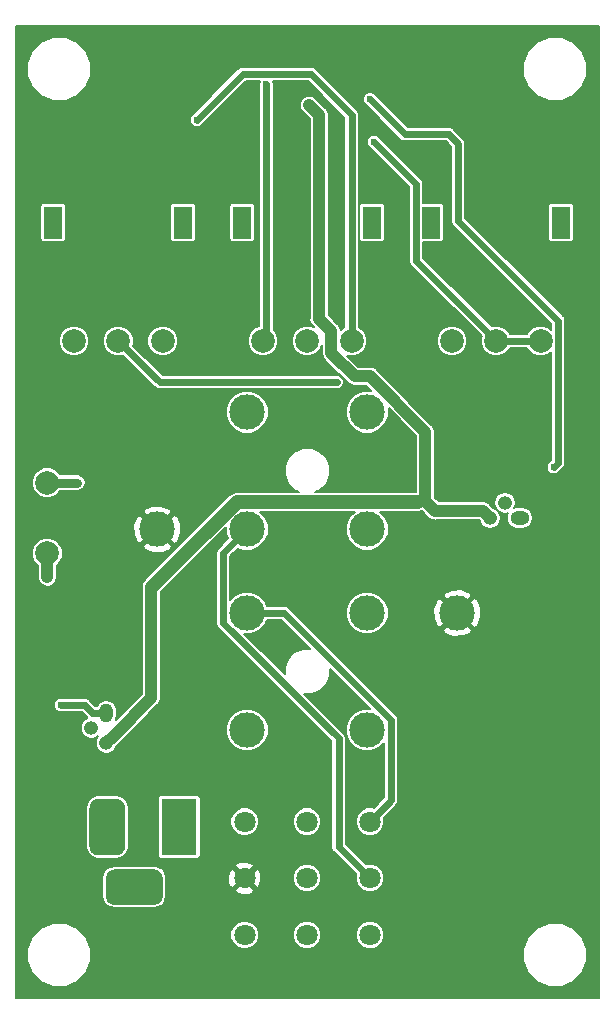
<source format=gbr>
%TF.GenerationSoftware,KiCad,Pcbnew,6.0.0-rc1-unknown-f2ccad3~66~ubuntu18.04.1*%
%TF.CreationDate,2018-11-07T22:10:34+01:00*%
%TF.ProjectId,clasicOverdrive,636c6173-6963-44f7-9665-726472697665,rev?*%
%TF.SameCoordinates,PX5f67d40PY8f46778*%
%TF.FileFunction,Copper,L2,Bot*%
%TF.FilePolarity,Positive*%
%FSLAX46Y46*%
G04 Gerber Fmt 4.6, Leading zero omitted, Abs format (unit mm)*
G04 Created by KiCad (PCBNEW 6.0.0-rc1-unknown-f2ccad3~66~ubuntu18.04.1) date Mi 07 Nov 2018 22:10:34 CET*
%MOMM*%
%LPD*%
G01*
G04 APERTURE LIST*
%TA.AperFunction,BGAPad,CuDef*%
%ADD10C,2.000000*%
%TD*%
%TA.AperFunction,Conductor*%
%ADD11C,0.100000*%
%TD*%
%TA.AperFunction,ComponentPad*%
%ADD12C,3.000000*%
%TD*%
%TA.AperFunction,ComponentPad*%
%ADD13R,3.000000X4.800000*%
%TD*%
%TA.AperFunction,ComponentPad*%
%ADD14R,1.600000X2.700000*%
%TD*%
%TA.AperFunction,ComponentPad*%
%ADD15C,2.000000*%
%TD*%
%TA.AperFunction,ComponentPad*%
%ADD16C,1.800000*%
%TD*%
%TA.AperFunction,ComponentPad*%
%ADD17O,1.200000X1.600000*%
%TD*%
%TA.AperFunction,ComponentPad*%
%ADD18O,1.200000X1.200000*%
%TD*%
%TA.AperFunction,ComponentPad*%
%ADD19O,1.600000X1.200000*%
%TD*%
%TA.AperFunction,ViaPad*%
%ADD20C,0.600000*%
%TD*%
%TA.AperFunction,ViaPad*%
%ADD21C,1.000000*%
%TD*%
%TA.AperFunction,Conductor*%
%ADD22C,0.600000*%
%TD*%
%TA.AperFunction,Conductor*%
%ADD23C,0.800000*%
%TD*%
%TA.AperFunction,Conductor*%
%ADD24C,1.000000*%
%TD*%
%TA.AperFunction,Conductor*%
%ADD25C,0.200000*%
%TD*%
G04 APERTURE END LIST*
D10*
%TO.P,TP2,1*%
%TO.N,+4V5*%
X3000000Y44000000D03*
%TD*%
%TO.P,TP1,1*%
%TO.N,+9V*%
X3000000Y38000000D03*
%TD*%
D11*
%TO.N,N/C*%
%TO.C,J1*%
G36*
X12073513Y11251389D02*
X12146318Y11240589D01*
X12217714Y11222705D01*
X12287013Y11197910D01*
X12353548Y11166441D01*
X12416678Y11128602D01*
X12475795Y11084758D01*
X12530330Y11035330D01*
X12579758Y10980795D01*
X12623602Y10921678D01*
X12661441Y10858548D01*
X12692910Y10792013D01*
X12717705Y10722714D01*
X12735589Y10651318D01*
X12746389Y10578513D01*
X12750000Y10505000D01*
X12750000Y9005000D01*
X12746389Y8931487D01*
X12735589Y8858682D01*
X12717705Y8787286D01*
X12692910Y8717987D01*
X12661441Y8651452D01*
X12623602Y8588322D01*
X12579758Y8529205D01*
X12530330Y8474670D01*
X12475795Y8425242D01*
X12416678Y8381398D01*
X12353548Y8343559D01*
X12287013Y8312090D01*
X12217714Y8287295D01*
X12146318Y8269411D01*
X12073513Y8258611D01*
X12000000Y8255000D01*
X8700000Y8255000D01*
X8626487Y8258611D01*
X8553682Y8269411D01*
X8482286Y8287295D01*
X8412987Y8312090D01*
X8346452Y8343559D01*
X8283322Y8381398D01*
X8224205Y8425242D01*
X8169670Y8474670D01*
X8120242Y8529205D01*
X8076398Y8588322D01*
X8038559Y8651452D01*
X8007090Y8717987D01*
X7982295Y8787286D01*
X7964411Y8858682D01*
X7953611Y8931487D01*
X7950000Y9005000D01*
X7950000Y10505000D01*
X7953611Y10578513D01*
X7964411Y10651318D01*
X7982295Y10722714D01*
X8007090Y10792013D01*
X8038559Y10858548D01*
X8076398Y10921678D01*
X8120242Y10980795D01*
X8169670Y11035330D01*
X8224205Y11084758D01*
X8283322Y11128602D01*
X8346452Y11166441D01*
X8412987Y11197910D01*
X8482286Y11222705D01*
X8553682Y11240589D01*
X8626487Y11251389D01*
X8700000Y11255000D01*
X12000000Y11255000D01*
X12073513Y11251389D01*
X12073513Y11251389D01*
G37*
D12*
%TD*%
%TO.P,J1,3*%
%TO.N,N/C*%
X10350000Y9755000D03*
D13*
%TO.P,J1,1*%
%TO.N,Net-(CON1-PadR)*%
X14160000Y14835000D03*
D11*
%TD*%
%TO.N,+9V*%
%TO.C,J1*%
G36*
X8883513Y17231389D02*
X8956318Y17220589D01*
X9027714Y17202705D01*
X9097013Y17177910D01*
X9163548Y17146441D01*
X9226678Y17108602D01*
X9285795Y17064758D01*
X9340330Y17015330D01*
X9389758Y16960795D01*
X9433602Y16901678D01*
X9471441Y16838548D01*
X9502910Y16772013D01*
X9527705Y16702714D01*
X9545589Y16631318D01*
X9556389Y16558513D01*
X9560000Y16485000D01*
X9560000Y13185000D01*
X9556389Y13111487D01*
X9545589Y13038682D01*
X9527705Y12967286D01*
X9502910Y12897987D01*
X9471441Y12831452D01*
X9433602Y12768322D01*
X9389758Y12709205D01*
X9340330Y12654670D01*
X9285795Y12605242D01*
X9226678Y12561398D01*
X9163548Y12523559D01*
X9097013Y12492090D01*
X9027714Y12467295D01*
X8956318Y12449411D01*
X8883513Y12438611D01*
X8810000Y12435000D01*
X7310000Y12435000D01*
X7236487Y12438611D01*
X7163682Y12449411D01*
X7092286Y12467295D01*
X7022987Y12492090D01*
X6956452Y12523559D01*
X6893322Y12561398D01*
X6834205Y12605242D01*
X6779670Y12654670D01*
X6730242Y12709205D01*
X6686398Y12768322D01*
X6648559Y12831452D01*
X6617090Y12897987D01*
X6592295Y12967286D01*
X6574411Y13038682D01*
X6563611Y13111487D01*
X6560000Y13185000D01*
X6560000Y16485000D01*
X6563611Y16558513D01*
X6574411Y16631318D01*
X6592295Y16702714D01*
X6617090Y16772013D01*
X6648559Y16838548D01*
X6686398Y16901678D01*
X6730242Y16960795D01*
X6779670Y17015330D01*
X6834205Y17064758D01*
X6893322Y17108602D01*
X6956452Y17146441D01*
X7022987Y17177910D01*
X7092286Y17202705D01*
X7163682Y17220589D01*
X7236487Y17231389D01*
X7310000Y17235000D01*
X8810000Y17235000D01*
X8883513Y17231389D01*
X8883513Y17231389D01*
G37*
D12*
%TO.P,J1,2*%
%TO.N,+9V*%
X8060000Y14835000D03*
%TD*%
D14*
%TO.P,RV1,4*%
%TO.N,N/C*%
X35500000Y66000000D03*
%TO.P,RV1,5*%
X46500000Y66000000D03*
D15*
%TO.P,RV1,3*%
%TO.N,Net-(C4-Pad2)*%
X44750000Y56000000D03*
%TO.P,RV1,2*%
X41000000Y56000000D03*
%TO.P,RV1,1*%
%TO.N,Net-(R8-Pad1)*%
X37250000Y56000000D03*
%TD*%
D14*
%TO.P,RV2,4*%
%TO.N,N/C*%
X19500000Y66000000D03*
%TO.P,RV2,5*%
X30500000Y66000000D03*
D15*
%TO.P,RV2,3*%
%TO.N,Net-(C6-Pad1)*%
X28750000Y56000000D03*
%TO.P,RV2,2*%
%TO.N,Net-(C7-Pad1)*%
X25000000Y56000000D03*
%TO.P,RV2,1*%
%TO.N,Net-(R14-Pad2)*%
X21250000Y56000000D03*
%TD*%
D14*
%TO.P,RV3,4*%
%TO.N,N/C*%
X3500000Y66000000D03*
%TO.P,RV3,5*%
X14500000Y66000000D03*
D15*
%TO.P,RV3,3*%
%TO.N,Net-(R15-Pad1)*%
X12750000Y56000000D03*
%TO.P,RV3,2*%
%TO.N,Net-(C10-Pad2)*%
X9000000Y56000000D03*
%TO.P,RV3,1*%
%TO.N,+4V5*%
X5250000Y56000000D03*
%TD*%
D16*
%TO.P,U1,9*%
%TO.N,Net-(CON1-PadT)*%
X30300000Y15300000D03*
%TO.P,U1,8*%
%TO.N,Net-(CON2-PadR)*%
X30300000Y10500000D03*
%TO.P,U1,7*%
%TO.N,Net-(C11-Pad2)*%
X30300000Y5700000D03*
%TO.P,U1,6*%
%TO.N,Net-(U1-Pad3)*%
X25000000Y15300000D03*
%TO.P,U1,5*%
%TO.N,Net-(C1-Pad2)*%
X25000000Y10500000D03*
%TO.P,U1,4*%
%TO.N,Net-(CON1-PadT)*%
X25000000Y5700000D03*
%TO.P,U1,3*%
%TO.N,Net-(U1-Pad3)*%
X19700000Y15300000D03*
%TO.P,U1,2*%
%TO.N,GND*%
X19700000Y10500000D03*
%TO.P,U1,1*%
%TO.N,Net-(D1-Pad1)*%
X19700000Y5700000D03*
%TD*%
D17*
%TO.P,Q1,1*%
%TO.N,Net-(C3-Pad2)*%
X8000000Y24500000D03*
D18*
%TO.P,Q1,2*%
%TO.N,Net-(Q1-Pad2)*%
X6730000Y23230000D03*
%TO.P,Q1,3*%
%TO.N,+9V*%
X8000000Y21960000D03*
%TD*%
%TO.P,Q2,3*%
%TO.N,+9V*%
X40460000Y41000000D03*
%TO.P,Q2,2*%
%TO.N,Net-(C10-Pad1)*%
X41730000Y42270000D03*
D19*
%TO.P,Q2,1*%
%TO.N,Net-(Q2-Pad1)*%
X43000000Y41000000D03*
%TD*%
D12*
%TO.P,CON1,RB*%
%TO.N,N/C*%
X30080000Y23045000D03*
%TO.P,CON1,TB*%
X19920000Y23045000D03*
%TO.P,CON1,T*%
%TO.N,Net-(CON1-PadT)*%
X19920000Y32955000D03*
%TO.P,CON1,R*%
%TO.N,Net-(CON1-PadR)*%
X30080000Y32955000D03*
%TO.P,CON1,S*%
%TO.N,GND*%
X37700000Y32955000D03*
%TD*%
%TO.P,CON2,S*%
%TO.N,GND*%
X12300000Y40045000D03*
%TO.P,CON2,R*%
%TO.N,Net-(CON2-PadR)*%
X19920000Y40045000D03*
%TO.P,CON2,T*%
%TO.N,N/C*%
X30080000Y40045000D03*
%TO.P,CON2,TB*%
X30080000Y49955000D03*
%TO.P,CON2,RB*%
X19920000Y49955000D03*
%TD*%
D20*
%TO.N,Net-(C2-Pad2)*%
X45871700Y45293800D03*
X37757800Y72701800D03*
X30309100Y76461100D03*
%TO.N,Net-(C3-Pad2)*%
X4118800Y25157800D03*
%TO.N,Net-(C4-Pad2)*%
X30628700Y72867300D03*
%TO.N,GND*%
X31250000Y79250000D03*
X4250000Y26750000D03*
X39500000Y69500000D03*
X39500000Y68500000D03*
X39500000Y67500000D03*
X40000000Y61500000D03*
X39000000Y61500000D03*
X38000000Y61500000D03*
X24000000Y72500000D03*
X24000000Y73500000D03*
X7500000Y82000000D03*
X8500000Y82000000D03*
X9500000Y82000000D03*
X18000000Y82000000D03*
X19000000Y82000000D03*
X20000000Y82000000D03*
X30000000Y82000000D03*
X31000000Y82000000D03*
X32000000Y82000000D03*
X40500000Y82000000D03*
X41500000Y82000000D03*
X42500000Y82000000D03*
X8000000Y72500000D03*
X9000000Y72500000D03*
X10000000Y72500000D03*
X10000000Y18500000D03*
X10000000Y19500000D03*
X10000000Y20500000D03*
X6000000Y18500000D03*
X6000000Y19500000D03*
X6000000Y20500000D03*
X36500000Y23000000D03*
X37500000Y23000000D03*
X38500000Y23000000D03*
X38500000Y22000000D03*
X37500000Y22000000D03*
X36500000Y22000000D03*
X11500000Y46500000D03*
X12500000Y46500000D03*
X13500000Y46500000D03*
X13500000Y47500000D03*
X12500000Y47500000D03*
X11500000Y47500000D03*
X2000000Y58500000D03*
X2000000Y59500000D03*
X2000000Y59500000D03*
X2000000Y59500000D03*
X2000000Y60500000D03*
X3000000Y60500000D03*
X3000000Y59500000D03*
X3000000Y58500000D03*
X48000000Y10000000D03*
X48000000Y11000000D03*
X48000000Y12000000D03*
X36500000Y2500000D03*
X37500000Y2500000D03*
X38500000Y2500000D03*
X23500000Y59000000D03*
X24500000Y59000000D03*
X23500000Y60000000D03*
X24500000Y60000000D03*
X34000000Y46500000D03*
X34000000Y47500000D03*
X33000000Y47500000D03*
X33000000Y46500000D03*
X22000000Y30000000D03*
X23000000Y31000000D03*
X27000000Y25000000D03*
X28000000Y26000000D03*
X18000000Y28500000D03*
X19000000Y28500000D03*
X19000000Y27500000D03*
X18000000Y27500000D03*
X27500000Y63500000D03*
X27500000Y64500000D03*
X27500000Y65500000D03*
X32500000Y65000000D03*
X32500000Y66000000D03*
X32500000Y67000000D03*
X32000000Y57000000D03*
X33000000Y57000000D03*
X33000000Y58000000D03*
X32000000Y58000000D03*
X44000000Y48500000D03*
X44000000Y49500000D03*
X40500000Y52000000D03*
X40500000Y53000000D03*
X24000000Y71500000D03*
X27500000Y69000000D03*
X27500000Y70000000D03*
X39000000Y47500000D03*
X39000000Y46500000D03*
D21*
%TO.N,+9V*%
X25153600Y75963200D03*
X3000000Y36000000D03*
D20*
%TO.N,Net-(C6-Pad1)*%
X25276000Y78619000D03*
X15640000Y74711100D03*
%TO.N,+4V5*%
X5515200Y44000000D03*
%TO.N,Net-(C10-Pad2)*%
X27500002Y52500000D03*
%TO.N,Net-(R14-Pad2)*%
X21548000Y77742000D03*
%TD*%
D22*
%TO.N,Net-(C2-Pad2)*%
X37757800Y66182200D02*
X37757800Y72701800D01*
X46255300Y57684700D02*
X37757800Y66182200D01*
X46255300Y45677400D02*
X46255300Y57684700D01*
X45871700Y45293800D02*
X46255300Y45677400D01*
X36959600Y73500000D02*
X37757800Y72701800D01*
X30309100Y76461100D02*
X33270200Y73500000D01*
X33270200Y73500000D02*
X36959600Y73500000D01*
%TO.N,Net-(C3-Pad2)*%
X6142200Y25157800D02*
X4118800Y25157800D01*
X6800000Y24500000D02*
X6142200Y25157800D01*
X8000000Y24500000D02*
X6800000Y24500000D01*
%TO.N,Net-(C4-Pad2)*%
X44750000Y56000000D02*
X41000000Y56000000D01*
X34199600Y69296400D02*
X30628700Y72867300D01*
X34199600Y62800400D02*
X34199600Y69296400D01*
X41000000Y56000000D02*
X34199600Y62800400D01*
D23*
%TO.N,+9V*%
X11800100Y25760100D02*
X8000000Y21960000D01*
X19114200Y42217100D02*
X11800100Y34903000D01*
D24*
X40460000Y41000000D02*
X39860001Y41599999D01*
D23*
X34400000Y42217100D02*
X19114200Y42217100D01*
D24*
X35000001Y42399998D02*
X35800000Y41599999D01*
X35000001Y48291001D02*
X35000001Y42399998D01*
X30291002Y53000000D02*
X35000001Y48291001D01*
X29000000Y53000000D02*
X30291002Y53000000D01*
X27049999Y54950001D02*
X29000000Y53000000D01*
X26000000Y57866000D02*
X27049999Y56816001D01*
X25153600Y75963200D02*
X26000000Y75116800D01*
X26000000Y75116800D02*
X26000000Y57866000D01*
X39860001Y41599999D02*
X35800000Y41599999D01*
X27049999Y56816001D02*
X27049999Y54950001D01*
X11800000Y25760000D02*
X8599999Y22559999D01*
X11800000Y35181002D02*
X11800000Y25760000D01*
X8599999Y22559999D02*
X8000000Y21960000D01*
X35000001Y42399998D02*
X19018996Y42399998D01*
X19018996Y42399998D02*
X11800000Y35181002D01*
X3000000Y38000000D02*
X3000000Y36000000D01*
D22*
%TO.N,Net-(C6-Pad1)*%
X28750000Y75145000D02*
X25276000Y78619000D01*
X28750000Y56000000D02*
X28750000Y75145000D01*
X19547900Y78619000D02*
X15640000Y74711100D01*
X25276000Y78619000D02*
X19547900Y78619000D01*
D23*
%TO.N,+4V5*%
X3000000Y44000000D02*
X5515200Y44000000D01*
D22*
%TO.N,Net-(C10-Pad2)*%
X9000000Y56000000D02*
X12500000Y52500000D01*
X27075738Y52500000D02*
X27500002Y52500000D01*
X12500000Y52500000D02*
X27075738Y52500000D01*
%TO.N,Net-(R14-Pad2)*%
X21548000Y56298000D02*
X21548000Y77742000D01*
X21250000Y56000000D02*
X21548000Y56298000D01*
%TO.N,Net-(CON1-PadT)*%
X32114600Y17114600D02*
X30300000Y15300000D01*
X32114600Y23896900D02*
X32114600Y17114600D01*
X23056500Y32955000D02*
X32114600Y23896900D01*
X19920000Y32955000D02*
X23056500Y32955000D01*
%TO.N,Net-(CON2-PadR)*%
X27650000Y13150000D02*
X30300000Y10500000D01*
X27650000Y22333500D02*
X27650000Y13150000D01*
X17883500Y32100000D02*
X27650000Y22333500D01*
X17883500Y38008500D02*
X17883500Y32100000D01*
X19920000Y40045000D02*
X17883500Y38008500D01*
%TD*%
D25*
%TO.N,GND*%
G36*
X49675000Y325000D02*
X325000Y325000D01*
X325000Y4537063D01*
X1300000Y4537063D01*
X1300000Y3462937D01*
X1711051Y2470573D01*
X2470573Y1711051D01*
X3462937Y1300000D01*
X4537063Y1300000D01*
X5529427Y1711051D01*
X6288949Y2470573D01*
X6700000Y3462937D01*
X6700000Y4537063D01*
X6288949Y5529427D01*
X5879681Y5938695D01*
X18500000Y5938695D01*
X18500000Y5461305D01*
X18682689Y5020255D01*
X19020255Y4682689D01*
X19461305Y4500000D01*
X19938695Y4500000D01*
X20379745Y4682689D01*
X20717311Y5020255D01*
X20900000Y5461305D01*
X20900000Y5938695D01*
X23800000Y5938695D01*
X23800000Y5461305D01*
X23982689Y5020255D01*
X24320255Y4682689D01*
X24761305Y4500000D01*
X25238695Y4500000D01*
X25679745Y4682689D01*
X26017311Y5020255D01*
X26200000Y5461305D01*
X26200000Y5938695D01*
X29100000Y5938695D01*
X29100000Y5461305D01*
X29282689Y5020255D01*
X29620255Y4682689D01*
X30061305Y4500000D01*
X30538695Y4500000D01*
X30628172Y4537063D01*
X43300000Y4537063D01*
X43300000Y3462937D01*
X43711051Y2470573D01*
X44470573Y1711051D01*
X45462937Y1300000D01*
X46537063Y1300000D01*
X47529427Y1711051D01*
X48288949Y2470573D01*
X48700000Y3462937D01*
X48700000Y4537063D01*
X48288949Y5529427D01*
X47529427Y6288949D01*
X46537063Y6700000D01*
X45462937Y6700000D01*
X44470573Y6288949D01*
X43711051Y5529427D01*
X43300000Y4537063D01*
X30628172Y4537063D01*
X30979745Y4682689D01*
X31317311Y5020255D01*
X31500000Y5461305D01*
X31500000Y5938695D01*
X31317311Y6379745D01*
X30979745Y6717311D01*
X30538695Y6900000D01*
X30061305Y6900000D01*
X29620255Y6717311D01*
X29282689Y6379745D01*
X29100000Y5938695D01*
X26200000Y5938695D01*
X26017311Y6379745D01*
X25679745Y6717311D01*
X25238695Y6900000D01*
X24761305Y6900000D01*
X24320255Y6717311D01*
X23982689Y6379745D01*
X23800000Y5938695D01*
X20900000Y5938695D01*
X20717311Y6379745D01*
X20379745Y6717311D01*
X19938695Y6900000D01*
X19461305Y6900000D01*
X19020255Y6717311D01*
X18682689Y6379745D01*
X18500000Y5938695D01*
X5879681Y5938695D01*
X5529427Y6288949D01*
X4537063Y6700000D01*
X3462937Y6700000D01*
X2470573Y6288949D01*
X1711051Y5529427D01*
X1300000Y4537063D01*
X325000Y4537063D01*
X325000Y10505000D01*
X7644123Y10505000D01*
X7644123Y9005000D01*
X7724497Y8600933D01*
X7953382Y8258382D01*
X8295933Y8029497D01*
X8700000Y7949123D01*
X12000000Y7949123D01*
X12404067Y8029497D01*
X12746618Y8258382D01*
X12975503Y8600933D01*
X13055877Y9005000D01*
X13055877Y9479107D01*
X18891239Y9479107D01*
X18986977Y9263412D01*
X19514474Y9084680D01*
X20070216Y9121417D01*
X20413023Y9263412D01*
X20508761Y9479107D01*
X19700000Y10287868D01*
X18891239Y9479107D01*
X13055877Y9479107D01*
X13055877Y10505000D01*
X13019969Y10685526D01*
X18284680Y10685526D01*
X18321417Y10129784D01*
X18463412Y9786977D01*
X18679107Y9691239D01*
X19487868Y10500000D01*
X19912132Y10500000D01*
X20720893Y9691239D01*
X20936588Y9786977D01*
X21115320Y10314474D01*
X21087278Y10738695D01*
X23800000Y10738695D01*
X23800000Y10261305D01*
X23982689Y9820255D01*
X24320255Y9482689D01*
X24761305Y9300000D01*
X25238695Y9300000D01*
X25679745Y9482689D01*
X26017311Y9820255D01*
X26200000Y10261305D01*
X26200000Y10738695D01*
X26017311Y11179745D01*
X25679745Y11517311D01*
X25238695Y11700000D01*
X24761305Y11700000D01*
X24320255Y11517311D01*
X23982689Y11179745D01*
X23800000Y10738695D01*
X21087278Y10738695D01*
X21078583Y10870216D01*
X20936588Y11213023D01*
X20720893Y11308761D01*
X19912132Y10500000D01*
X19487868Y10500000D01*
X18679107Y11308761D01*
X18463412Y11213023D01*
X18284680Y10685526D01*
X13019969Y10685526D01*
X12975503Y10909067D01*
X12746618Y11251618D01*
X12404067Y11480503D01*
X12201013Y11520893D01*
X18891239Y11520893D01*
X19700000Y10712132D01*
X20508761Y11520893D01*
X20413023Y11736588D01*
X19885526Y11915320D01*
X19329784Y11878583D01*
X18986977Y11736588D01*
X18891239Y11520893D01*
X12201013Y11520893D01*
X12000000Y11560877D01*
X8700000Y11560877D01*
X8295933Y11480503D01*
X7953382Y11251618D01*
X7724497Y10909067D01*
X7644123Y10505000D01*
X325000Y10505000D01*
X325000Y16485000D01*
X6254123Y16485000D01*
X6254123Y13185000D01*
X6334497Y12780933D01*
X6563382Y12438382D01*
X6905933Y12209497D01*
X7310000Y12129123D01*
X8810000Y12129123D01*
X9214067Y12209497D01*
X9556618Y12438382D01*
X9785503Y12780933D01*
X9865877Y13185000D01*
X9865877Y16485000D01*
X9785503Y16889067D01*
X9556618Y17231618D01*
X9551557Y17235000D01*
X12354123Y17235000D01*
X12354123Y12435000D01*
X12377407Y12317946D01*
X12443712Y12218712D01*
X12542946Y12152407D01*
X12660000Y12129123D01*
X15660000Y12129123D01*
X15777054Y12152407D01*
X15876288Y12218712D01*
X15942593Y12317946D01*
X15965877Y12435000D01*
X15965877Y15538695D01*
X18500000Y15538695D01*
X18500000Y15061305D01*
X18682689Y14620255D01*
X19020255Y14282689D01*
X19461305Y14100000D01*
X19938695Y14100000D01*
X20379745Y14282689D01*
X20717311Y14620255D01*
X20900000Y15061305D01*
X20900000Y15538695D01*
X23800000Y15538695D01*
X23800000Y15061305D01*
X23982689Y14620255D01*
X24320255Y14282689D01*
X24761305Y14100000D01*
X25238695Y14100000D01*
X25679745Y14282689D01*
X26017311Y14620255D01*
X26200000Y15061305D01*
X26200000Y15538695D01*
X26017311Y15979745D01*
X25679745Y16317311D01*
X25238695Y16500000D01*
X24761305Y16500000D01*
X24320255Y16317311D01*
X23982689Y15979745D01*
X23800000Y15538695D01*
X20900000Y15538695D01*
X20717311Y15979745D01*
X20379745Y16317311D01*
X19938695Y16500000D01*
X19461305Y16500000D01*
X19020255Y16317311D01*
X18682689Y15979745D01*
X18500000Y15538695D01*
X15965877Y15538695D01*
X15965877Y17235000D01*
X15942593Y17352054D01*
X15876288Y17451288D01*
X15777054Y17517593D01*
X15660000Y17540877D01*
X12660000Y17540877D01*
X12542946Y17517593D01*
X12443712Y17451288D01*
X12377407Y17352054D01*
X12354123Y17235000D01*
X9551557Y17235000D01*
X9214067Y17460503D01*
X8810000Y17540877D01*
X7310000Y17540877D01*
X6905933Y17460503D01*
X6563382Y17231618D01*
X6334497Y16889067D01*
X6254123Y16485000D01*
X325000Y16485000D01*
X325000Y25157800D01*
X3507046Y25157800D01*
X3518800Y25098709D01*
X3518800Y25038453D01*
X3541859Y24982783D01*
X3553613Y24923692D01*
X3587084Y24873599D01*
X3610144Y24817927D01*
X3652755Y24775316D01*
X3686225Y24725225D01*
X3736316Y24691755D01*
X3778927Y24649144D01*
X3834599Y24626084D01*
X3884692Y24592613D01*
X3943783Y24580859D01*
X3999453Y24557800D01*
X5893673Y24557800D01*
X6333953Y24117519D01*
X6366164Y24069313D01*
X6081136Y23878864D01*
X5882219Y23581163D01*
X5812368Y23230000D01*
X5882219Y22878837D01*
X6081136Y22581136D01*
X6378837Y22382219D01*
X6641358Y22330000D01*
X6818642Y22330000D01*
X7081163Y22382219D01*
X7295301Y22525301D01*
X7152219Y22311163D01*
X7082368Y21960000D01*
X7152219Y21608837D01*
X7351136Y21311136D01*
X7648837Y21112219D01*
X7911358Y21060000D01*
X8088642Y21060000D01*
X8351163Y21112219D01*
X8648864Y21311136D01*
X8847781Y21608837D01*
X8864560Y21693190D01*
X9221396Y22050026D01*
X10574412Y23403042D01*
X18120000Y23403042D01*
X18120000Y22686958D01*
X18394034Y22025382D01*
X18900382Y21519034D01*
X19561958Y21245000D01*
X20278042Y21245000D01*
X20939618Y21519034D01*
X21445966Y22025382D01*
X21720000Y22686958D01*
X21720000Y23403042D01*
X21445966Y24064618D01*
X20939618Y24570966D01*
X20278042Y24845000D01*
X19561958Y24845000D01*
X18900382Y24570966D01*
X18394034Y24064618D01*
X18120000Y23403042D01*
X10574412Y23403042D01*
X12309975Y25138604D01*
X12376767Y25183233D01*
X12553583Y25447856D01*
X12600000Y25681211D01*
X12600000Y25681216D01*
X12615671Y25760000D01*
X12600000Y25838784D01*
X12600000Y34712952D01*
X18120000Y40232950D01*
X18120000Y39686958D01*
X18293812Y39267339D01*
X17501022Y38474549D01*
X17450925Y38441075D01*
X17318313Y38242607D01*
X17283500Y38067590D01*
X17283500Y38067586D01*
X17271747Y38008500D01*
X17283500Y37949414D01*
X17283501Y32159091D01*
X17271747Y32100000D01*
X17283501Y32040909D01*
X17318314Y31865892D01*
X17450926Y31667425D01*
X17501020Y31633953D01*
X27050000Y22084972D01*
X27050001Y13209091D01*
X27038247Y13150000D01*
X27050001Y13090909D01*
X27084814Y12915892D01*
X27217426Y12717425D01*
X27267520Y12683953D01*
X29133032Y10818441D01*
X29100000Y10738695D01*
X29100000Y10261305D01*
X29282689Y9820255D01*
X29620255Y9482689D01*
X30061305Y9300000D01*
X30538695Y9300000D01*
X30979745Y9482689D01*
X31317311Y9820255D01*
X31500000Y10261305D01*
X31500000Y10738695D01*
X31317311Y11179745D01*
X30979745Y11517311D01*
X30538695Y11700000D01*
X30061305Y11700000D01*
X29981559Y11666968D01*
X28250000Y13398527D01*
X28250000Y22274412D01*
X28261753Y22333500D01*
X28250000Y22392590D01*
X28250000Y22392591D01*
X28215187Y22567608D01*
X28215187Y22567609D01*
X28116047Y22715981D01*
X28082575Y22766075D01*
X28032482Y22799546D01*
X24757028Y26075000D01*
X25382906Y26075000D01*
X26090425Y26368064D01*
X26631936Y26909575D01*
X26925000Y27617094D01*
X26925000Y28237973D01*
X30317972Y24845000D01*
X29721958Y24845000D01*
X29060382Y24570966D01*
X28554034Y24064618D01*
X28280000Y23403042D01*
X28280000Y22686958D01*
X28554034Y22025382D01*
X29060382Y21519034D01*
X29721958Y21245000D01*
X30438042Y21245000D01*
X31099618Y21519034D01*
X31514600Y21934016D01*
X31514601Y17363129D01*
X30618441Y16466968D01*
X30538695Y16500000D01*
X30061305Y16500000D01*
X29620255Y16317311D01*
X29282689Y15979745D01*
X29100000Y15538695D01*
X29100000Y15061305D01*
X29282689Y14620255D01*
X29620255Y14282689D01*
X30061305Y14100000D01*
X30538695Y14100000D01*
X30979745Y14282689D01*
X31317311Y14620255D01*
X31500000Y15061305D01*
X31500000Y15538695D01*
X31466968Y15618441D01*
X32497081Y16648553D01*
X32547175Y16682025D01*
X32679787Y16880492D01*
X32714600Y17055509D01*
X32714600Y17055513D01*
X32726353Y17114600D01*
X32714600Y17173686D01*
X32714600Y23837812D01*
X32726353Y23896900D01*
X32714600Y23955990D01*
X32714600Y23955991D01*
X32679787Y24131008D01*
X32679787Y24131009D01*
X32580647Y24279381D01*
X32547175Y24329475D01*
X32497082Y24362946D01*
X23546986Y33313042D01*
X28280000Y33313042D01*
X28280000Y32596958D01*
X28554034Y31935382D01*
X29060382Y31429034D01*
X29721958Y31155000D01*
X30438042Y31155000D01*
X31099618Y31429034D01*
X31170149Y31499565D01*
X36456697Y31499565D01*
X36625998Y31221569D01*
X37371107Y30942515D01*
X38166287Y30969845D01*
X38774002Y31221569D01*
X38943303Y31499565D01*
X37700000Y32742868D01*
X36456697Y31499565D01*
X31170149Y31499565D01*
X31605966Y31935382D01*
X31880000Y32596958D01*
X31880000Y33283893D01*
X35687515Y33283893D01*
X35714845Y32488713D01*
X35966569Y31880998D01*
X36244565Y31711697D01*
X37487868Y32955000D01*
X37912132Y32955000D01*
X39155435Y31711697D01*
X39433431Y31880998D01*
X39712485Y32626107D01*
X39685155Y33421287D01*
X39433431Y34029002D01*
X39155435Y34198303D01*
X37912132Y32955000D01*
X37487868Y32955000D01*
X36244565Y34198303D01*
X35966569Y34029002D01*
X35687515Y33283893D01*
X31880000Y33283893D01*
X31880000Y33313042D01*
X31605966Y33974618D01*
X31170149Y34410435D01*
X36456697Y34410435D01*
X37700000Y33167132D01*
X38943303Y34410435D01*
X38774002Y34688431D01*
X38028893Y34967485D01*
X37233713Y34940155D01*
X36625998Y34688431D01*
X36456697Y34410435D01*
X31170149Y34410435D01*
X31099618Y34480966D01*
X30438042Y34755000D01*
X29721958Y34755000D01*
X29060382Y34480966D01*
X28554034Y33974618D01*
X28280000Y33313042D01*
X23546986Y33313042D01*
X23522549Y33337478D01*
X23489075Y33387575D01*
X23290608Y33520187D01*
X23115591Y33555000D01*
X23115586Y33555000D01*
X23056500Y33566753D01*
X22997414Y33555000D01*
X21619778Y33555000D01*
X21445966Y33974618D01*
X20939618Y34480966D01*
X20278042Y34755000D01*
X19561958Y34755000D01*
X18900382Y34480966D01*
X18483500Y34064084D01*
X18483500Y37759973D01*
X19142339Y38418812D01*
X19561958Y38245000D01*
X20278042Y38245000D01*
X20939618Y38519034D01*
X21445966Y39025382D01*
X21720000Y39686958D01*
X21720000Y40403042D01*
X21445966Y41064618D01*
X20993484Y41517100D01*
X29006516Y41517100D01*
X28554034Y41064618D01*
X28280000Y40403042D01*
X28280000Y39686958D01*
X28554034Y39025382D01*
X29060382Y38519034D01*
X29721958Y38245000D01*
X30438042Y38245000D01*
X31099618Y38519034D01*
X31605966Y39025382D01*
X31880000Y39686958D01*
X31880000Y40403042D01*
X31605966Y41064618D01*
X31153484Y41517100D01*
X34468940Y41517100D01*
X34673126Y41557715D01*
X34695778Y41572851D01*
X35178603Y41090025D01*
X35223233Y41023232D01*
X35487856Y40846416D01*
X35721211Y40799999D01*
X35721215Y40799999D01*
X35799999Y40784328D01*
X35878783Y40799999D01*
X39528631Y40799999D01*
X39595440Y40733190D01*
X39612219Y40648837D01*
X39811136Y40351136D01*
X40108837Y40152219D01*
X40371358Y40100000D01*
X40548642Y40100000D01*
X40811163Y40152219D01*
X41108864Y40351136D01*
X41307781Y40648837D01*
X41377632Y41000000D01*
X41307781Y41351163D01*
X41164699Y41565301D01*
X41378837Y41422219D01*
X41641358Y41370000D01*
X41818642Y41370000D01*
X41987210Y41403530D01*
X41952219Y41351163D01*
X41882368Y41000000D01*
X41952219Y40648837D01*
X42151136Y40351136D01*
X42448837Y40152219D01*
X42711358Y40100000D01*
X43288642Y40100000D01*
X43551163Y40152219D01*
X43848864Y40351136D01*
X44047781Y40648837D01*
X44117632Y41000000D01*
X44047781Y41351163D01*
X43848864Y41648864D01*
X43551163Y41847781D01*
X43288642Y41900000D01*
X42711358Y41900000D01*
X42542790Y41866470D01*
X42577781Y41918837D01*
X42647632Y42270000D01*
X42577781Y42621163D01*
X42378864Y42918864D01*
X42081163Y43117781D01*
X41818642Y43170000D01*
X41641358Y43170000D01*
X41378837Y43117781D01*
X41081136Y42918864D01*
X40882219Y42621163D01*
X40812368Y42270000D01*
X40882219Y41918837D01*
X41025301Y41704699D01*
X40811163Y41847781D01*
X40726810Y41864560D01*
X40481399Y42109971D01*
X40436768Y42176766D01*
X40172145Y42353582D01*
X39938790Y42399999D01*
X39938785Y42399999D01*
X39860001Y42415670D01*
X39781217Y42399999D01*
X36131371Y42399999D01*
X35800001Y42731368D01*
X35800001Y48212218D01*
X35815672Y48291002D01*
X35800001Y48369786D01*
X35800001Y48369790D01*
X35753584Y48603145D01*
X35576768Y48867768D01*
X35509976Y48912397D01*
X30912400Y53509972D01*
X30867769Y53576767D01*
X30603146Y53753583D01*
X30369791Y53800000D01*
X30369786Y53800000D01*
X30291002Y53815671D01*
X30212218Y53800000D01*
X29331371Y53800000D01*
X28388913Y54742457D01*
X28491414Y54700000D01*
X29008586Y54700000D01*
X29486391Y54897913D01*
X29852087Y55263609D01*
X30050000Y55741414D01*
X30050000Y56258586D01*
X35950000Y56258586D01*
X35950000Y55741414D01*
X36147913Y55263609D01*
X36513609Y54897913D01*
X36991414Y54700000D01*
X37508586Y54700000D01*
X37986391Y54897913D01*
X38352087Y55263609D01*
X38550000Y55741414D01*
X38550000Y56258586D01*
X38352087Y56736391D01*
X37986391Y57102087D01*
X37508586Y57300000D01*
X36991414Y57300000D01*
X36513609Y57102087D01*
X36147913Y56736391D01*
X35950000Y56258586D01*
X30050000Y56258586D01*
X29852087Y56736391D01*
X29486391Y57102087D01*
X29350000Y57158582D01*
X29350000Y67350000D01*
X29394123Y67350000D01*
X29394123Y64650000D01*
X29417407Y64532946D01*
X29483712Y64433712D01*
X29582946Y64367407D01*
X29700000Y64344123D01*
X31300000Y64344123D01*
X31417054Y64367407D01*
X31516288Y64433712D01*
X31582593Y64532946D01*
X31605877Y64650000D01*
X31605877Y67350000D01*
X31582593Y67467054D01*
X31516288Y67566288D01*
X31417054Y67632593D01*
X31300000Y67655877D01*
X29700000Y67655877D01*
X29582946Y67632593D01*
X29483712Y67566288D01*
X29417407Y67467054D01*
X29394123Y67350000D01*
X29350000Y67350000D01*
X29350000Y75085914D01*
X29361753Y75145000D01*
X29350000Y75204087D01*
X29350000Y75204091D01*
X29315187Y75379108D01*
X29182575Y75577575D01*
X29132481Y75611047D01*
X28282428Y76461100D01*
X29697347Y76461100D01*
X29709100Y76402014D01*
X29709100Y76341753D01*
X29732161Y76286078D01*
X29743914Y76226992D01*
X29777383Y76176903D01*
X29800444Y76121227D01*
X29969227Y75952444D01*
X29969230Y75952443D01*
X32804152Y73117520D01*
X32837625Y73067425D01*
X32887719Y73033953D01*
X33036091Y72934813D01*
X33077887Y72926499D01*
X33211109Y72900000D01*
X33211112Y72900000D01*
X33270200Y72888247D01*
X33329288Y72900000D01*
X36711073Y72900000D01*
X37157801Y72453271D01*
X37157800Y66241286D01*
X37146047Y66182200D01*
X37157800Y66123114D01*
X37157800Y66123110D01*
X37192613Y65948093D01*
X37325225Y65749625D01*
X37375322Y65716151D01*
X45655301Y57436171D01*
X45655301Y56933177D01*
X45486391Y57102087D01*
X45008586Y57300000D01*
X44491414Y57300000D01*
X44013609Y57102087D01*
X43647913Y56736391D01*
X43591418Y56600000D01*
X42158582Y56600000D01*
X42102087Y56736391D01*
X41736391Y57102087D01*
X41258586Y57300000D01*
X40741414Y57300000D01*
X40605023Y57243505D01*
X34799600Y63048927D01*
X34799600Y64344123D01*
X36300000Y64344123D01*
X36417054Y64367407D01*
X36516288Y64433712D01*
X36582593Y64532946D01*
X36605877Y64650000D01*
X36605877Y67350000D01*
X36582593Y67467054D01*
X36516288Y67566288D01*
X36417054Y67632593D01*
X36300000Y67655877D01*
X34799600Y67655877D01*
X34799600Y69237314D01*
X34811353Y69296401D01*
X34799600Y69355487D01*
X34799600Y69355491D01*
X34764787Y69530508D01*
X34632175Y69728975D01*
X34582081Y69762447D01*
X31137357Y73207170D01*
X31137356Y73207173D01*
X30968573Y73375956D01*
X30912897Y73399017D01*
X30862808Y73432486D01*
X30803722Y73444239D01*
X30748047Y73467300D01*
X30687786Y73467300D01*
X30628700Y73479053D01*
X30569614Y73467300D01*
X30509353Y73467300D01*
X30453678Y73444239D01*
X30394592Y73432486D01*
X30344502Y73399017D01*
X30288827Y73375956D01*
X30246215Y73333344D01*
X30196125Y73299875D01*
X30162656Y73249785D01*
X30120044Y73207173D01*
X30096983Y73151498D01*
X30063514Y73101408D01*
X30051761Y73042322D01*
X30028700Y72986647D01*
X30028700Y72926386D01*
X30016947Y72867300D01*
X30028700Y72808214D01*
X30028700Y72747953D01*
X30051761Y72692278D01*
X30063514Y72633192D01*
X30096983Y72583103D01*
X30120044Y72527427D01*
X30288827Y72358644D01*
X30288830Y72358643D01*
X33599601Y69047871D01*
X33599600Y62859486D01*
X33587847Y62800400D01*
X33599600Y62741314D01*
X33599600Y62741310D01*
X33634413Y62566293D01*
X33767025Y62367825D01*
X33817122Y62334351D01*
X39756495Y56394977D01*
X39700000Y56258586D01*
X39700000Y55741414D01*
X39897913Y55263609D01*
X40263609Y54897913D01*
X40741414Y54700000D01*
X41258586Y54700000D01*
X41736391Y54897913D01*
X42102087Y55263609D01*
X42158582Y55400000D01*
X43591418Y55400000D01*
X43647913Y55263609D01*
X44013609Y54897913D01*
X44491414Y54700000D01*
X45008586Y54700000D01*
X45486391Y54897913D01*
X45655301Y55066823D01*
X45655300Y45925928D01*
X45531830Y45802457D01*
X45531827Y45802456D01*
X45363044Y45633673D01*
X45339983Y45577997D01*
X45306514Y45527908D01*
X45294761Y45468822D01*
X45271700Y45413147D01*
X45271700Y45352886D01*
X45259947Y45293800D01*
X45271700Y45234714D01*
X45271700Y45174453D01*
X45294761Y45118778D01*
X45306514Y45059692D01*
X45339983Y45009602D01*
X45363044Y44953927D01*
X45405656Y44911315D01*
X45439125Y44861225D01*
X45489215Y44827756D01*
X45531827Y44785144D01*
X45587502Y44762083D01*
X45637592Y44728614D01*
X45696678Y44716861D01*
X45752353Y44693800D01*
X45812614Y44693800D01*
X45871700Y44682047D01*
X45930786Y44693800D01*
X45991047Y44693800D01*
X46046722Y44716861D01*
X46105808Y44728614D01*
X46155897Y44762083D01*
X46211573Y44785144D01*
X46380356Y44953927D01*
X46380357Y44953930D01*
X46637781Y45211353D01*
X46687875Y45244825D01*
X46820487Y45443292D01*
X46855300Y45618309D01*
X46855300Y45618313D01*
X46867053Y45677399D01*
X46855300Y45736485D01*
X46855300Y57625612D01*
X46867053Y57684700D01*
X46855300Y57743788D01*
X46855300Y57743791D01*
X46820487Y57918808D01*
X46820487Y57918809D01*
X46721347Y58067181D01*
X46687875Y58117275D01*
X46637781Y58150747D01*
X38357800Y66430727D01*
X38357800Y67350000D01*
X45394123Y67350000D01*
X45394123Y64650000D01*
X45417407Y64532946D01*
X45483712Y64433712D01*
X45582946Y64367407D01*
X45700000Y64344123D01*
X47300000Y64344123D01*
X47417054Y64367407D01*
X47516288Y64433712D01*
X47582593Y64532946D01*
X47605877Y64650000D01*
X47605877Y67350000D01*
X47582593Y67467054D01*
X47516288Y67566288D01*
X47417054Y67632593D01*
X47300000Y67655877D01*
X45700000Y67655877D01*
X45582946Y67632593D01*
X45483712Y67566288D01*
X45417407Y67467054D01*
X45394123Y67350000D01*
X38357800Y67350000D01*
X38357800Y72642714D01*
X38369553Y72701801D01*
X38357800Y72760887D01*
X38357800Y72821147D01*
X38334741Y72876817D01*
X38322987Y72935908D01*
X38289516Y72986001D01*
X38266456Y73041673D01*
X38223845Y73084284D01*
X38190375Y73134375D01*
X38140284Y73167845D01*
X38097673Y73210456D01*
X38097671Y73210457D01*
X37425648Y73882479D01*
X37392175Y73932575D01*
X37193708Y74065187D01*
X37018691Y74100000D01*
X37018686Y74100000D01*
X36959600Y74111753D01*
X36900514Y74100000D01*
X33518728Y74100000D01*
X30817757Y76800970D01*
X30817756Y76800973D01*
X30648973Y76969756D01*
X30593297Y76992817D01*
X30543208Y77026286D01*
X30484122Y77038039D01*
X30428447Y77061100D01*
X30368186Y77061100D01*
X30309100Y77072853D01*
X30250014Y77061100D01*
X30189753Y77061100D01*
X30134078Y77038039D01*
X30074992Y77026286D01*
X30024902Y76992817D01*
X29969227Y76969756D01*
X29926615Y76927144D01*
X29876525Y76893675D01*
X29843056Y76843585D01*
X29800444Y76800973D01*
X29777383Y76745298D01*
X29743914Y76695208D01*
X29732161Y76636122D01*
X29709100Y76580447D01*
X29709100Y76520186D01*
X29697347Y76461100D01*
X28282428Y76461100D01*
X25784657Y78958870D01*
X25784656Y78958873D01*
X25742045Y79001484D01*
X25708575Y79051575D01*
X25658484Y79085045D01*
X25615873Y79127656D01*
X25560201Y79150716D01*
X25510108Y79184187D01*
X25451017Y79195941D01*
X25395347Y79219000D01*
X25335086Y79219000D01*
X25276000Y79230753D01*
X25216914Y79219000D01*
X19606986Y79219000D01*
X19547899Y79230753D01*
X19488813Y79219000D01*
X19488809Y79219000D01*
X19313792Y79184187D01*
X19115325Y79051575D01*
X19081853Y79001481D01*
X15300130Y75219757D01*
X15300127Y75219756D01*
X15131344Y75050973D01*
X15108283Y74995297D01*
X15074814Y74945208D01*
X15063061Y74886122D01*
X15040000Y74830447D01*
X15040000Y74770186D01*
X15028247Y74711100D01*
X15040000Y74652014D01*
X15040000Y74591753D01*
X15063061Y74536078D01*
X15074814Y74476992D01*
X15108283Y74426902D01*
X15131344Y74371227D01*
X15173956Y74328615D01*
X15207425Y74278525D01*
X15257515Y74245056D01*
X15300127Y74202444D01*
X15355802Y74179383D01*
X15405892Y74145914D01*
X15464978Y74134161D01*
X15520653Y74111100D01*
X15580914Y74111100D01*
X15640000Y74099347D01*
X15699086Y74111100D01*
X15759347Y74111100D01*
X15815022Y74134161D01*
X15874108Y74145914D01*
X15924197Y74179383D01*
X15979873Y74202444D01*
X16148656Y74371227D01*
X16148657Y74371230D01*
X19796428Y78019000D01*
X21011474Y78019000D01*
X20982814Y77976108D01*
X20971061Y77917022D01*
X20948000Y77861347D01*
X20948000Y77622653D01*
X20948001Y77622651D01*
X20948000Y57282017D01*
X20513609Y57102087D01*
X20147913Y56736391D01*
X19950000Y56258586D01*
X19950000Y55741414D01*
X20147913Y55263609D01*
X20513609Y54897913D01*
X20991414Y54700000D01*
X21508586Y54700000D01*
X21986391Y54897913D01*
X22352087Y55263609D01*
X22550000Y55741414D01*
X22550000Y56258586D01*
X22352087Y56736391D01*
X22148000Y56940478D01*
X22148000Y77861347D01*
X22124941Y77917017D01*
X22113187Y77976108D01*
X22084527Y78019000D01*
X25027473Y78019000D01*
X28150001Y74896471D01*
X28150000Y57158582D01*
X28013609Y57102087D01*
X27842751Y56931229D01*
X27803582Y57128145D01*
X27626766Y57392768D01*
X27559974Y57437397D01*
X26800000Y58197370D01*
X26800000Y75038017D01*
X26815671Y75116801D01*
X26800000Y75195585D01*
X26800000Y75195589D01*
X26753583Y75428944D01*
X26576767Y75693567D01*
X26509975Y75738196D01*
X25606764Y76641407D01*
X25532535Y76672154D01*
X25465744Y76716782D01*
X25386959Y76732453D01*
X25312730Y76763200D01*
X25232384Y76763200D01*
X25153600Y76778871D01*
X25074816Y76763200D01*
X24994470Y76763200D01*
X24920241Y76732453D01*
X24841456Y76716782D01*
X24774665Y76672154D01*
X24700436Y76641407D01*
X24643625Y76584596D01*
X24576833Y76539967D01*
X24532204Y76473175D01*
X24475393Y76416364D01*
X24444646Y76342135D01*
X24400018Y76275344D01*
X24384347Y76196559D01*
X24353600Y76122330D01*
X24353600Y76041984D01*
X24337929Y75963200D01*
X24353600Y75884416D01*
X24353600Y75804070D01*
X24384347Y75729841D01*
X24400018Y75651056D01*
X24444646Y75584265D01*
X24475393Y75510036D01*
X25200000Y74785429D01*
X25200001Y57944789D01*
X25184329Y57866000D01*
X25246418Y57553856D01*
X25378603Y57356027D01*
X25378605Y57356025D01*
X25423234Y57289233D01*
X25490026Y57244604D01*
X25559111Y57175519D01*
X25258586Y57300000D01*
X24741414Y57300000D01*
X24263609Y57102087D01*
X23897913Y56736391D01*
X23700000Y56258586D01*
X23700000Y55741414D01*
X23897913Y55263609D01*
X24263609Y54897913D01*
X24741414Y54700000D01*
X25258586Y54700000D01*
X25736391Y54897913D01*
X26102087Y55263609D01*
X26250000Y55620702D01*
X26250000Y55028789D01*
X26234328Y54950001D01*
X26296417Y54637857D01*
X26428602Y54440028D01*
X26428604Y54440026D01*
X26473233Y54373234D01*
X26540025Y54328605D01*
X28378603Y52490026D01*
X28423233Y52423233D01*
X28687856Y52246417D01*
X28921211Y52200000D01*
X28921216Y52200000D01*
X29000000Y52184329D01*
X29078784Y52200000D01*
X29959632Y52200000D01*
X30404632Y51755000D01*
X29721958Y51755000D01*
X29060382Y51480966D01*
X28554034Y50974618D01*
X28280000Y50313042D01*
X28280000Y49596958D01*
X28554034Y48935382D01*
X29060382Y48429034D01*
X29721958Y48155000D01*
X30438042Y48155000D01*
X31099618Y48429034D01*
X31605966Y48935382D01*
X31880000Y49596958D01*
X31880000Y50279632D01*
X34200001Y47959630D01*
X34200002Y43199998D01*
X25684678Y43199998D01*
X26090425Y43368064D01*
X26631936Y43909575D01*
X26925000Y44617094D01*
X26925000Y45382906D01*
X26631936Y46090425D01*
X26090425Y46631936D01*
X25382906Y46925000D01*
X24617094Y46925000D01*
X23909575Y46631936D01*
X23368064Y46090425D01*
X23075000Y45382906D01*
X23075000Y44617094D01*
X23368064Y43909575D01*
X23909575Y43368064D01*
X24315322Y43199998D01*
X19097779Y43199998D01*
X19018995Y43215669D01*
X18940211Y43199998D01*
X18940207Y43199998D01*
X18706852Y43153581D01*
X18442229Y42976765D01*
X18397600Y42909973D01*
X11290028Y35802400D01*
X11223233Y35757769D01*
X11046417Y35493145D01*
X11000000Y35259790D01*
X11000000Y35259786D01*
X10984329Y35181002D01*
X11000000Y35102218D01*
X11000001Y26091372D01*
X8828277Y23919648D01*
X8847781Y23948837D01*
X8900000Y24211358D01*
X8900000Y24788641D01*
X8847781Y25051163D01*
X8648864Y25348864D01*
X8351163Y25547781D01*
X8000000Y25617632D01*
X7648838Y25547781D01*
X7351137Y25348864D01*
X7184851Y25100000D01*
X7048528Y25100000D01*
X6608248Y25540279D01*
X6574775Y25590375D01*
X6376308Y25722987D01*
X6201291Y25757800D01*
X6201286Y25757800D01*
X6142200Y25769553D01*
X6083114Y25757800D01*
X3999453Y25757800D01*
X3943783Y25734741D01*
X3884692Y25722987D01*
X3834599Y25689516D01*
X3778927Y25666456D01*
X3736316Y25623845D01*
X3686225Y25590375D01*
X3652755Y25540284D01*
X3610144Y25497673D01*
X3587084Y25442001D01*
X3553613Y25391908D01*
X3541859Y25332817D01*
X3518800Y25277147D01*
X3518800Y25216891D01*
X3507046Y25157800D01*
X325000Y25157800D01*
X325000Y38258586D01*
X1700000Y38258586D01*
X1700000Y37741414D01*
X1897913Y37263609D01*
X2200001Y36961521D01*
X2200001Y36159132D01*
X2200000Y36159130D01*
X2200000Y35840870D01*
X2230747Y35766641D01*
X2246418Y35687856D01*
X2291046Y35621066D01*
X2321793Y35546836D01*
X2378607Y35490022D01*
X2423234Y35423233D01*
X2490023Y35378606D01*
X2546836Y35321793D01*
X2621064Y35291047D01*
X2687857Y35246417D01*
X2766645Y35230745D01*
X2840870Y35200000D01*
X2921211Y35200000D01*
X3000000Y35184328D01*
X3078789Y35200000D01*
X3159130Y35200000D01*
X3233355Y35230745D01*
X3312144Y35246417D01*
X3378938Y35291048D01*
X3453164Y35321793D01*
X3509975Y35378604D01*
X3576767Y35423233D01*
X3621396Y35490025D01*
X3678207Y35546836D01*
X3708952Y35621062D01*
X3753583Y35687856D01*
X3769255Y35766645D01*
X3800000Y35840870D01*
X3800000Y36961522D01*
X4102087Y37263609D01*
X4300000Y37741414D01*
X4300000Y38258586D01*
X4162905Y38589565D01*
X11056697Y38589565D01*
X11225998Y38311569D01*
X11971107Y38032515D01*
X12766287Y38059845D01*
X13374002Y38311569D01*
X13543303Y38589565D01*
X12300000Y39832868D01*
X11056697Y38589565D01*
X4162905Y38589565D01*
X4102087Y38736391D01*
X3736391Y39102087D01*
X3258586Y39300000D01*
X2741414Y39300000D01*
X2263609Y39102087D01*
X1897913Y38736391D01*
X1700000Y38258586D01*
X325000Y38258586D01*
X325000Y40373893D01*
X10287515Y40373893D01*
X10314845Y39578713D01*
X10566569Y38970998D01*
X10844565Y38801697D01*
X12087868Y40045000D01*
X12512132Y40045000D01*
X13755435Y38801697D01*
X14033431Y38970998D01*
X14312485Y39716107D01*
X14285155Y40511287D01*
X14033431Y41119002D01*
X13755435Y41288303D01*
X12512132Y40045000D01*
X12087868Y40045000D01*
X10844565Y41288303D01*
X10566569Y41119002D01*
X10287515Y40373893D01*
X325000Y40373893D01*
X325000Y41500435D01*
X11056697Y41500435D01*
X12300000Y40257132D01*
X13543303Y41500435D01*
X13374002Y41778431D01*
X12628893Y42057485D01*
X11833713Y42030155D01*
X11225998Y41778431D01*
X11056697Y41500435D01*
X325000Y41500435D01*
X325000Y44258586D01*
X1700000Y44258586D01*
X1700000Y43741414D01*
X1897913Y43263609D01*
X2263609Y42897913D01*
X2741414Y42700000D01*
X3258586Y42700000D01*
X3736391Y42897913D01*
X4102087Y43263609D01*
X4117161Y43300000D01*
X5584140Y43300000D01*
X5788326Y43340615D01*
X6019871Y43495329D01*
X6174585Y43726874D01*
X6228913Y44000000D01*
X6174585Y44273126D01*
X6019871Y44504671D01*
X5788326Y44659385D01*
X5584140Y44700000D01*
X4117161Y44700000D01*
X4102087Y44736391D01*
X3736391Y45102087D01*
X3258586Y45300000D01*
X2741414Y45300000D01*
X2263609Y45102087D01*
X1897913Y44736391D01*
X1700000Y44258586D01*
X325000Y44258586D01*
X325000Y50313042D01*
X18120000Y50313042D01*
X18120000Y49596958D01*
X18394034Y48935382D01*
X18900382Y48429034D01*
X19561958Y48155000D01*
X20278042Y48155000D01*
X20939618Y48429034D01*
X21445966Y48935382D01*
X21720000Y49596958D01*
X21720000Y50313042D01*
X21445966Y50974618D01*
X20939618Y51480966D01*
X20278042Y51755000D01*
X19561958Y51755000D01*
X18900382Y51480966D01*
X18394034Y50974618D01*
X18120000Y50313042D01*
X325000Y50313042D01*
X325000Y56258586D01*
X3950000Y56258586D01*
X3950000Y55741414D01*
X4147913Y55263609D01*
X4513609Y54897913D01*
X4991414Y54700000D01*
X5508586Y54700000D01*
X5986391Y54897913D01*
X6352087Y55263609D01*
X6550000Y55741414D01*
X6550000Y56258586D01*
X7700000Y56258586D01*
X7700000Y55741414D01*
X7897913Y55263609D01*
X8263609Y54897913D01*
X8741414Y54700000D01*
X9258586Y54700000D01*
X9394978Y54756495D01*
X12033953Y52117519D01*
X12067425Y52067425D01*
X12265892Y51934813D01*
X12440909Y51900000D01*
X12440913Y51900000D01*
X12499999Y51888247D01*
X12559085Y51900000D01*
X27619349Y51900000D01*
X27675019Y51923059D01*
X27734110Y51934813D01*
X27784203Y51968284D01*
X27839875Y51991344D01*
X27882486Y52033955D01*
X27932577Y52067425D01*
X27966047Y52117516D01*
X28008658Y52160127D01*
X28031718Y52215799D01*
X28065189Y52265892D01*
X28076943Y52324983D01*
X28100002Y52380653D01*
X28100002Y52440909D01*
X28111756Y52500000D01*
X28100002Y52559091D01*
X28100002Y52619347D01*
X28076943Y52675017D01*
X28065189Y52734108D01*
X28031718Y52784201D01*
X28008658Y52839873D01*
X27966047Y52882484D01*
X27932577Y52932575D01*
X27882486Y52966045D01*
X27839875Y53008656D01*
X27784203Y53031716D01*
X27734110Y53065187D01*
X27675019Y53076941D01*
X27619349Y53100000D01*
X12748528Y53100000D01*
X10243505Y55605022D01*
X10300000Y55741414D01*
X10300000Y56258586D01*
X11450000Y56258586D01*
X11450000Y55741414D01*
X11647913Y55263609D01*
X12013609Y54897913D01*
X12491414Y54700000D01*
X13008586Y54700000D01*
X13486391Y54897913D01*
X13852087Y55263609D01*
X14050000Y55741414D01*
X14050000Y56258586D01*
X13852087Y56736391D01*
X13486391Y57102087D01*
X13008586Y57300000D01*
X12491414Y57300000D01*
X12013609Y57102087D01*
X11647913Y56736391D01*
X11450000Y56258586D01*
X10300000Y56258586D01*
X10102087Y56736391D01*
X9736391Y57102087D01*
X9258586Y57300000D01*
X8741414Y57300000D01*
X8263609Y57102087D01*
X7897913Y56736391D01*
X7700000Y56258586D01*
X6550000Y56258586D01*
X6352087Y56736391D01*
X5986391Y57102087D01*
X5508586Y57300000D01*
X4991414Y57300000D01*
X4513609Y57102087D01*
X4147913Y56736391D01*
X3950000Y56258586D01*
X325000Y56258586D01*
X325000Y67350000D01*
X2394123Y67350000D01*
X2394123Y64650000D01*
X2417407Y64532946D01*
X2483712Y64433712D01*
X2582946Y64367407D01*
X2700000Y64344123D01*
X4300000Y64344123D01*
X4417054Y64367407D01*
X4516288Y64433712D01*
X4582593Y64532946D01*
X4605877Y64650000D01*
X4605877Y67350000D01*
X13394123Y67350000D01*
X13394123Y64650000D01*
X13417407Y64532946D01*
X13483712Y64433712D01*
X13582946Y64367407D01*
X13700000Y64344123D01*
X15300000Y64344123D01*
X15417054Y64367407D01*
X15516288Y64433712D01*
X15582593Y64532946D01*
X15605877Y64650000D01*
X15605877Y67350000D01*
X18394123Y67350000D01*
X18394123Y64650000D01*
X18417407Y64532946D01*
X18483712Y64433712D01*
X18582946Y64367407D01*
X18700000Y64344123D01*
X20300000Y64344123D01*
X20417054Y64367407D01*
X20516288Y64433712D01*
X20582593Y64532946D01*
X20605877Y64650000D01*
X20605877Y67350000D01*
X20582593Y67467054D01*
X20516288Y67566288D01*
X20417054Y67632593D01*
X20300000Y67655877D01*
X18700000Y67655877D01*
X18582946Y67632593D01*
X18483712Y67566288D01*
X18417407Y67467054D01*
X18394123Y67350000D01*
X15605877Y67350000D01*
X15582593Y67467054D01*
X15516288Y67566288D01*
X15417054Y67632593D01*
X15300000Y67655877D01*
X13700000Y67655877D01*
X13582946Y67632593D01*
X13483712Y67566288D01*
X13417407Y67467054D01*
X13394123Y67350000D01*
X4605877Y67350000D01*
X4582593Y67467054D01*
X4516288Y67566288D01*
X4417054Y67632593D01*
X4300000Y67655877D01*
X2700000Y67655877D01*
X2582946Y67632593D01*
X2483712Y67566288D01*
X2417407Y67467054D01*
X2394123Y67350000D01*
X325000Y67350000D01*
X325000Y79537063D01*
X1300000Y79537063D01*
X1300000Y78462937D01*
X1711051Y77470573D01*
X2470573Y76711051D01*
X3462937Y76300000D01*
X4537063Y76300000D01*
X5529427Y76711051D01*
X6288949Y77470573D01*
X6700000Y78462937D01*
X6700000Y79537063D01*
X43300000Y79537063D01*
X43300000Y78462937D01*
X43711051Y77470573D01*
X44470573Y76711051D01*
X45462937Y76300000D01*
X46537063Y76300000D01*
X47529427Y76711051D01*
X48288949Y77470573D01*
X48700000Y78462937D01*
X48700000Y79537063D01*
X48288949Y80529427D01*
X47529427Y81288949D01*
X46537063Y81700000D01*
X45462937Y81700000D01*
X44470573Y81288949D01*
X43711051Y80529427D01*
X43300000Y79537063D01*
X6700000Y79537063D01*
X6288949Y80529427D01*
X5529427Y81288949D01*
X4537063Y81700000D01*
X3462937Y81700000D01*
X2470573Y81288949D01*
X1711051Y80529427D01*
X1300000Y79537063D01*
X325000Y79537063D01*
X325000Y82675000D01*
X49675001Y82675000D01*
X49675000Y325000D01*
X49675000Y325000D01*
G37*
X49675000Y325000D02*
X325000Y325000D01*
X325000Y4537063D01*
X1300000Y4537063D01*
X1300000Y3462937D01*
X1711051Y2470573D01*
X2470573Y1711051D01*
X3462937Y1300000D01*
X4537063Y1300000D01*
X5529427Y1711051D01*
X6288949Y2470573D01*
X6700000Y3462937D01*
X6700000Y4537063D01*
X6288949Y5529427D01*
X5879681Y5938695D01*
X18500000Y5938695D01*
X18500000Y5461305D01*
X18682689Y5020255D01*
X19020255Y4682689D01*
X19461305Y4500000D01*
X19938695Y4500000D01*
X20379745Y4682689D01*
X20717311Y5020255D01*
X20900000Y5461305D01*
X20900000Y5938695D01*
X23800000Y5938695D01*
X23800000Y5461305D01*
X23982689Y5020255D01*
X24320255Y4682689D01*
X24761305Y4500000D01*
X25238695Y4500000D01*
X25679745Y4682689D01*
X26017311Y5020255D01*
X26200000Y5461305D01*
X26200000Y5938695D01*
X29100000Y5938695D01*
X29100000Y5461305D01*
X29282689Y5020255D01*
X29620255Y4682689D01*
X30061305Y4500000D01*
X30538695Y4500000D01*
X30628172Y4537063D01*
X43300000Y4537063D01*
X43300000Y3462937D01*
X43711051Y2470573D01*
X44470573Y1711051D01*
X45462937Y1300000D01*
X46537063Y1300000D01*
X47529427Y1711051D01*
X48288949Y2470573D01*
X48700000Y3462937D01*
X48700000Y4537063D01*
X48288949Y5529427D01*
X47529427Y6288949D01*
X46537063Y6700000D01*
X45462937Y6700000D01*
X44470573Y6288949D01*
X43711051Y5529427D01*
X43300000Y4537063D01*
X30628172Y4537063D01*
X30979745Y4682689D01*
X31317311Y5020255D01*
X31500000Y5461305D01*
X31500000Y5938695D01*
X31317311Y6379745D01*
X30979745Y6717311D01*
X30538695Y6900000D01*
X30061305Y6900000D01*
X29620255Y6717311D01*
X29282689Y6379745D01*
X29100000Y5938695D01*
X26200000Y5938695D01*
X26017311Y6379745D01*
X25679745Y6717311D01*
X25238695Y6900000D01*
X24761305Y6900000D01*
X24320255Y6717311D01*
X23982689Y6379745D01*
X23800000Y5938695D01*
X20900000Y5938695D01*
X20717311Y6379745D01*
X20379745Y6717311D01*
X19938695Y6900000D01*
X19461305Y6900000D01*
X19020255Y6717311D01*
X18682689Y6379745D01*
X18500000Y5938695D01*
X5879681Y5938695D01*
X5529427Y6288949D01*
X4537063Y6700000D01*
X3462937Y6700000D01*
X2470573Y6288949D01*
X1711051Y5529427D01*
X1300000Y4537063D01*
X325000Y4537063D01*
X325000Y10505000D01*
X7644123Y10505000D01*
X7644123Y9005000D01*
X7724497Y8600933D01*
X7953382Y8258382D01*
X8295933Y8029497D01*
X8700000Y7949123D01*
X12000000Y7949123D01*
X12404067Y8029497D01*
X12746618Y8258382D01*
X12975503Y8600933D01*
X13055877Y9005000D01*
X13055877Y9479107D01*
X18891239Y9479107D01*
X18986977Y9263412D01*
X19514474Y9084680D01*
X20070216Y9121417D01*
X20413023Y9263412D01*
X20508761Y9479107D01*
X19700000Y10287868D01*
X18891239Y9479107D01*
X13055877Y9479107D01*
X13055877Y10505000D01*
X13019969Y10685526D01*
X18284680Y10685526D01*
X18321417Y10129784D01*
X18463412Y9786977D01*
X18679107Y9691239D01*
X19487868Y10500000D01*
X19912132Y10500000D01*
X20720893Y9691239D01*
X20936588Y9786977D01*
X21115320Y10314474D01*
X21087278Y10738695D01*
X23800000Y10738695D01*
X23800000Y10261305D01*
X23982689Y9820255D01*
X24320255Y9482689D01*
X24761305Y9300000D01*
X25238695Y9300000D01*
X25679745Y9482689D01*
X26017311Y9820255D01*
X26200000Y10261305D01*
X26200000Y10738695D01*
X26017311Y11179745D01*
X25679745Y11517311D01*
X25238695Y11700000D01*
X24761305Y11700000D01*
X24320255Y11517311D01*
X23982689Y11179745D01*
X23800000Y10738695D01*
X21087278Y10738695D01*
X21078583Y10870216D01*
X20936588Y11213023D01*
X20720893Y11308761D01*
X19912132Y10500000D01*
X19487868Y10500000D01*
X18679107Y11308761D01*
X18463412Y11213023D01*
X18284680Y10685526D01*
X13019969Y10685526D01*
X12975503Y10909067D01*
X12746618Y11251618D01*
X12404067Y11480503D01*
X12201013Y11520893D01*
X18891239Y11520893D01*
X19700000Y10712132D01*
X20508761Y11520893D01*
X20413023Y11736588D01*
X19885526Y11915320D01*
X19329784Y11878583D01*
X18986977Y11736588D01*
X18891239Y11520893D01*
X12201013Y11520893D01*
X12000000Y11560877D01*
X8700000Y11560877D01*
X8295933Y11480503D01*
X7953382Y11251618D01*
X7724497Y10909067D01*
X7644123Y10505000D01*
X325000Y10505000D01*
X325000Y16485000D01*
X6254123Y16485000D01*
X6254123Y13185000D01*
X6334497Y12780933D01*
X6563382Y12438382D01*
X6905933Y12209497D01*
X7310000Y12129123D01*
X8810000Y12129123D01*
X9214067Y12209497D01*
X9556618Y12438382D01*
X9785503Y12780933D01*
X9865877Y13185000D01*
X9865877Y16485000D01*
X9785503Y16889067D01*
X9556618Y17231618D01*
X9551557Y17235000D01*
X12354123Y17235000D01*
X12354123Y12435000D01*
X12377407Y12317946D01*
X12443712Y12218712D01*
X12542946Y12152407D01*
X12660000Y12129123D01*
X15660000Y12129123D01*
X15777054Y12152407D01*
X15876288Y12218712D01*
X15942593Y12317946D01*
X15965877Y12435000D01*
X15965877Y15538695D01*
X18500000Y15538695D01*
X18500000Y15061305D01*
X18682689Y14620255D01*
X19020255Y14282689D01*
X19461305Y14100000D01*
X19938695Y14100000D01*
X20379745Y14282689D01*
X20717311Y14620255D01*
X20900000Y15061305D01*
X20900000Y15538695D01*
X23800000Y15538695D01*
X23800000Y15061305D01*
X23982689Y14620255D01*
X24320255Y14282689D01*
X24761305Y14100000D01*
X25238695Y14100000D01*
X25679745Y14282689D01*
X26017311Y14620255D01*
X26200000Y15061305D01*
X26200000Y15538695D01*
X26017311Y15979745D01*
X25679745Y16317311D01*
X25238695Y16500000D01*
X24761305Y16500000D01*
X24320255Y16317311D01*
X23982689Y15979745D01*
X23800000Y15538695D01*
X20900000Y15538695D01*
X20717311Y15979745D01*
X20379745Y16317311D01*
X19938695Y16500000D01*
X19461305Y16500000D01*
X19020255Y16317311D01*
X18682689Y15979745D01*
X18500000Y15538695D01*
X15965877Y15538695D01*
X15965877Y17235000D01*
X15942593Y17352054D01*
X15876288Y17451288D01*
X15777054Y17517593D01*
X15660000Y17540877D01*
X12660000Y17540877D01*
X12542946Y17517593D01*
X12443712Y17451288D01*
X12377407Y17352054D01*
X12354123Y17235000D01*
X9551557Y17235000D01*
X9214067Y17460503D01*
X8810000Y17540877D01*
X7310000Y17540877D01*
X6905933Y17460503D01*
X6563382Y17231618D01*
X6334497Y16889067D01*
X6254123Y16485000D01*
X325000Y16485000D01*
X325000Y25157800D01*
X3507046Y25157800D01*
X3518800Y25098709D01*
X3518800Y25038453D01*
X3541859Y24982783D01*
X3553613Y24923692D01*
X3587084Y24873599D01*
X3610144Y24817927D01*
X3652755Y24775316D01*
X3686225Y24725225D01*
X3736316Y24691755D01*
X3778927Y24649144D01*
X3834599Y24626084D01*
X3884692Y24592613D01*
X3943783Y24580859D01*
X3999453Y24557800D01*
X5893673Y24557800D01*
X6333953Y24117519D01*
X6366164Y24069313D01*
X6081136Y23878864D01*
X5882219Y23581163D01*
X5812368Y23230000D01*
X5882219Y22878837D01*
X6081136Y22581136D01*
X6378837Y22382219D01*
X6641358Y22330000D01*
X6818642Y22330000D01*
X7081163Y22382219D01*
X7295301Y22525301D01*
X7152219Y22311163D01*
X7082368Y21960000D01*
X7152219Y21608837D01*
X7351136Y21311136D01*
X7648837Y21112219D01*
X7911358Y21060000D01*
X8088642Y21060000D01*
X8351163Y21112219D01*
X8648864Y21311136D01*
X8847781Y21608837D01*
X8864560Y21693190D01*
X9221396Y22050026D01*
X10574412Y23403042D01*
X18120000Y23403042D01*
X18120000Y22686958D01*
X18394034Y22025382D01*
X18900382Y21519034D01*
X19561958Y21245000D01*
X20278042Y21245000D01*
X20939618Y21519034D01*
X21445966Y22025382D01*
X21720000Y22686958D01*
X21720000Y23403042D01*
X21445966Y24064618D01*
X20939618Y24570966D01*
X20278042Y24845000D01*
X19561958Y24845000D01*
X18900382Y24570966D01*
X18394034Y24064618D01*
X18120000Y23403042D01*
X10574412Y23403042D01*
X12309975Y25138604D01*
X12376767Y25183233D01*
X12553583Y25447856D01*
X12600000Y25681211D01*
X12600000Y25681216D01*
X12615671Y25760000D01*
X12600000Y25838784D01*
X12600000Y34712952D01*
X18120000Y40232950D01*
X18120000Y39686958D01*
X18293812Y39267339D01*
X17501022Y38474549D01*
X17450925Y38441075D01*
X17318313Y38242607D01*
X17283500Y38067590D01*
X17283500Y38067586D01*
X17271747Y38008500D01*
X17283500Y37949414D01*
X17283501Y32159091D01*
X17271747Y32100000D01*
X17283501Y32040909D01*
X17318314Y31865892D01*
X17450926Y31667425D01*
X17501020Y31633953D01*
X27050000Y22084972D01*
X27050001Y13209091D01*
X27038247Y13150000D01*
X27050001Y13090909D01*
X27084814Y12915892D01*
X27217426Y12717425D01*
X27267520Y12683953D01*
X29133032Y10818441D01*
X29100000Y10738695D01*
X29100000Y10261305D01*
X29282689Y9820255D01*
X29620255Y9482689D01*
X30061305Y9300000D01*
X30538695Y9300000D01*
X30979745Y9482689D01*
X31317311Y9820255D01*
X31500000Y10261305D01*
X31500000Y10738695D01*
X31317311Y11179745D01*
X30979745Y11517311D01*
X30538695Y11700000D01*
X30061305Y11700000D01*
X29981559Y11666968D01*
X28250000Y13398527D01*
X28250000Y22274412D01*
X28261753Y22333500D01*
X28250000Y22392590D01*
X28250000Y22392591D01*
X28215187Y22567608D01*
X28215187Y22567609D01*
X28116047Y22715981D01*
X28082575Y22766075D01*
X28032482Y22799546D01*
X24757028Y26075000D01*
X25382906Y26075000D01*
X26090425Y26368064D01*
X26631936Y26909575D01*
X26925000Y27617094D01*
X26925000Y28237973D01*
X30317972Y24845000D01*
X29721958Y24845000D01*
X29060382Y24570966D01*
X28554034Y24064618D01*
X28280000Y23403042D01*
X28280000Y22686958D01*
X28554034Y22025382D01*
X29060382Y21519034D01*
X29721958Y21245000D01*
X30438042Y21245000D01*
X31099618Y21519034D01*
X31514600Y21934016D01*
X31514601Y17363129D01*
X30618441Y16466968D01*
X30538695Y16500000D01*
X30061305Y16500000D01*
X29620255Y16317311D01*
X29282689Y15979745D01*
X29100000Y15538695D01*
X29100000Y15061305D01*
X29282689Y14620255D01*
X29620255Y14282689D01*
X30061305Y14100000D01*
X30538695Y14100000D01*
X30979745Y14282689D01*
X31317311Y14620255D01*
X31500000Y15061305D01*
X31500000Y15538695D01*
X31466968Y15618441D01*
X32497081Y16648553D01*
X32547175Y16682025D01*
X32679787Y16880492D01*
X32714600Y17055509D01*
X32714600Y17055513D01*
X32726353Y17114600D01*
X32714600Y17173686D01*
X32714600Y23837812D01*
X32726353Y23896900D01*
X32714600Y23955990D01*
X32714600Y23955991D01*
X32679787Y24131008D01*
X32679787Y24131009D01*
X32580647Y24279381D01*
X32547175Y24329475D01*
X32497082Y24362946D01*
X23546986Y33313042D01*
X28280000Y33313042D01*
X28280000Y32596958D01*
X28554034Y31935382D01*
X29060382Y31429034D01*
X29721958Y31155000D01*
X30438042Y31155000D01*
X31099618Y31429034D01*
X31170149Y31499565D01*
X36456697Y31499565D01*
X36625998Y31221569D01*
X37371107Y30942515D01*
X38166287Y30969845D01*
X38774002Y31221569D01*
X38943303Y31499565D01*
X37700000Y32742868D01*
X36456697Y31499565D01*
X31170149Y31499565D01*
X31605966Y31935382D01*
X31880000Y32596958D01*
X31880000Y33283893D01*
X35687515Y33283893D01*
X35714845Y32488713D01*
X35966569Y31880998D01*
X36244565Y31711697D01*
X37487868Y32955000D01*
X37912132Y32955000D01*
X39155435Y31711697D01*
X39433431Y31880998D01*
X39712485Y32626107D01*
X39685155Y33421287D01*
X39433431Y34029002D01*
X39155435Y34198303D01*
X37912132Y32955000D01*
X37487868Y32955000D01*
X36244565Y34198303D01*
X35966569Y34029002D01*
X35687515Y33283893D01*
X31880000Y33283893D01*
X31880000Y33313042D01*
X31605966Y33974618D01*
X31170149Y34410435D01*
X36456697Y34410435D01*
X37700000Y33167132D01*
X38943303Y34410435D01*
X38774002Y34688431D01*
X38028893Y34967485D01*
X37233713Y34940155D01*
X36625998Y34688431D01*
X36456697Y34410435D01*
X31170149Y34410435D01*
X31099618Y34480966D01*
X30438042Y34755000D01*
X29721958Y34755000D01*
X29060382Y34480966D01*
X28554034Y33974618D01*
X28280000Y33313042D01*
X23546986Y33313042D01*
X23522549Y33337478D01*
X23489075Y33387575D01*
X23290608Y33520187D01*
X23115591Y33555000D01*
X23115586Y33555000D01*
X23056500Y33566753D01*
X22997414Y33555000D01*
X21619778Y33555000D01*
X21445966Y33974618D01*
X20939618Y34480966D01*
X20278042Y34755000D01*
X19561958Y34755000D01*
X18900382Y34480966D01*
X18483500Y34064084D01*
X18483500Y37759973D01*
X19142339Y38418812D01*
X19561958Y38245000D01*
X20278042Y38245000D01*
X20939618Y38519034D01*
X21445966Y39025382D01*
X21720000Y39686958D01*
X21720000Y40403042D01*
X21445966Y41064618D01*
X20993484Y41517100D01*
X29006516Y41517100D01*
X28554034Y41064618D01*
X28280000Y40403042D01*
X28280000Y39686958D01*
X28554034Y39025382D01*
X29060382Y38519034D01*
X29721958Y38245000D01*
X30438042Y38245000D01*
X31099618Y38519034D01*
X31605966Y39025382D01*
X31880000Y39686958D01*
X31880000Y40403042D01*
X31605966Y41064618D01*
X31153484Y41517100D01*
X34468940Y41517100D01*
X34673126Y41557715D01*
X34695778Y41572851D01*
X35178603Y41090025D01*
X35223233Y41023232D01*
X35487856Y40846416D01*
X35721211Y40799999D01*
X35721215Y40799999D01*
X35799999Y40784328D01*
X35878783Y40799999D01*
X39528631Y40799999D01*
X39595440Y40733190D01*
X39612219Y40648837D01*
X39811136Y40351136D01*
X40108837Y40152219D01*
X40371358Y40100000D01*
X40548642Y40100000D01*
X40811163Y40152219D01*
X41108864Y40351136D01*
X41307781Y40648837D01*
X41377632Y41000000D01*
X41307781Y41351163D01*
X41164699Y41565301D01*
X41378837Y41422219D01*
X41641358Y41370000D01*
X41818642Y41370000D01*
X41987210Y41403530D01*
X41952219Y41351163D01*
X41882368Y41000000D01*
X41952219Y40648837D01*
X42151136Y40351136D01*
X42448837Y40152219D01*
X42711358Y40100000D01*
X43288642Y40100000D01*
X43551163Y40152219D01*
X43848864Y40351136D01*
X44047781Y40648837D01*
X44117632Y41000000D01*
X44047781Y41351163D01*
X43848864Y41648864D01*
X43551163Y41847781D01*
X43288642Y41900000D01*
X42711358Y41900000D01*
X42542790Y41866470D01*
X42577781Y41918837D01*
X42647632Y42270000D01*
X42577781Y42621163D01*
X42378864Y42918864D01*
X42081163Y43117781D01*
X41818642Y43170000D01*
X41641358Y43170000D01*
X41378837Y43117781D01*
X41081136Y42918864D01*
X40882219Y42621163D01*
X40812368Y42270000D01*
X40882219Y41918837D01*
X41025301Y41704699D01*
X40811163Y41847781D01*
X40726810Y41864560D01*
X40481399Y42109971D01*
X40436768Y42176766D01*
X40172145Y42353582D01*
X39938790Y42399999D01*
X39938785Y42399999D01*
X39860001Y42415670D01*
X39781217Y42399999D01*
X36131371Y42399999D01*
X35800001Y42731368D01*
X35800001Y48212218D01*
X35815672Y48291002D01*
X35800001Y48369786D01*
X35800001Y48369790D01*
X35753584Y48603145D01*
X35576768Y48867768D01*
X35509976Y48912397D01*
X30912400Y53509972D01*
X30867769Y53576767D01*
X30603146Y53753583D01*
X30369791Y53800000D01*
X30369786Y53800000D01*
X30291002Y53815671D01*
X30212218Y53800000D01*
X29331371Y53800000D01*
X28388913Y54742457D01*
X28491414Y54700000D01*
X29008586Y54700000D01*
X29486391Y54897913D01*
X29852087Y55263609D01*
X30050000Y55741414D01*
X30050000Y56258586D01*
X35950000Y56258586D01*
X35950000Y55741414D01*
X36147913Y55263609D01*
X36513609Y54897913D01*
X36991414Y54700000D01*
X37508586Y54700000D01*
X37986391Y54897913D01*
X38352087Y55263609D01*
X38550000Y55741414D01*
X38550000Y56258586D01*
X38352087Y56736391D01*
X37986391Y57102087D01*
X37508586Y57300000D01*
X36991414Y57300000D01*
X36513609Y57102087D01*
X36147913Y56736391D01*
X35950000Y56258586D01*
X30050000Y56258586D01*
X29852087Y56736391D01*
X29486391Y57102087D01*
X29350000Y57158582D01*
X29350000Y67350000D01*
X29394123Y67350000D01*
X29394123Y64650000D01*
X29417407Y64532946D01*
X29483712Y64433712D01*
X29582946Y64367407D01*
X29700000Y64344123D01*
X31300000Y64344123D01*
X31417054Y64367407D01*
X31516288Y64433712D01*
X31582593Y64532946D01*
X31605877Y64650000D01*
X31605877Y67350000D01*
X31582593Y67467054D01*
X31516288Y67566288D01*
X31417054Y67632593D01*
X31300000Y67655877D01*
X29700000Y67655877D01*
X29582946Y67632593D01*
X29483712Y67566288D01*
X29417407Y67467054D01*
X29394123Y67350000D01*
X29350000Y67350000D01*
X29350000Y75085914D01*
X29361753Y75145000D01*
X29350000Y75204087D01*
X29350000Y75204091D01*
X29315187Y75379108D01*
X29182575Y75577575D01*
X29132481Y75611047D01*
X28282428Y76461100D01*
X29697347Y76461100D01*
X29709100Y76402014D01*
X29709100Y76341753D01*
X29732161Y76286078D01*
X29743914Y76226992D01*
X29777383Y76176903D01*
X29800444Y76121227D01*
X29969227Y75952444D01*
X29969230Y75952443D01*
X32804152Y73117520D01*
X32837625Y73067425D01*
X32887719Y73033953D01*
X33036091Y72934813D01*
X33077887Y72926499D01*
X33211109Y72900000D01*
X33211112Y72900000D01*
X33270200Y72888247D01*
X33329288Y72900000D01*
X36711073Y72900000D01*
X37157801Y72453271D01*
X37157800Y66241286D01*
X37146047Y66182200D01*
X37157800Y66123114D01*
X37157800Y66123110D01*
X37192613Y65948093D01*
X37325225Y65749625D01*
X37375322Y65716151D01*
X45655301Y57436171D01*
X45655301Y56933177D01*
X45486391Y57102087D01*
X45008586Y57300000D01*
X44491414Y57300000D01*
X44013609Y57102087D01*
X43647913Y56736391D01*
X43591418Y56600000D01*
X42158582Y56600000D01*
X42102087Y56736391D01*
X41736391Y57102087D01*
X41258586Y57300000D01*
X40741414Y57300000D01*
X40605023Y57243505D01*
X34799600Y63048927D01*
X34799600Y64344123D01*
X36300000Y64344123D01*
X36417054Y64367407D01*
X36516288Y64433712D01*
X36582593Y64532946D01*
X36605877Y64650000D01*
X36605877Y67350000D01*
X36582593Y67467054D01*
X36516288Y67566288D01*
X36417054Y67632593D01*
X36300000Y67655877D01*
X34799600Y67655877D01*
X34799600Y69237314D01*
X34811353Y69296401D01*
X34799600Y69355487D01*
X34799600Y69355491D01*
X34764787Y69530508D01*
X34632175Y69728975D01*
X34582081Y69762447D01*
X31137357Y73207170D01*
X31137356Y73207173D01*
X30968573Y73375956D01*
X30912897Y73399017D01*
X30862808Y73432486D01*
X30803722Y73444239D01*
X30748047Y73467300D01*
X30687786Y73467300D01*
X30628700Y73479053D01*
X30569614Y73467300D01*
X30509353Y73467300D01*
X30453678Y73444239D01*
X30394592Y73432486D01*
X30344502Y73399017D01*
X30288827Y73375956D01*
X30246215Y73333344D01*
X30196125Y73299875D01*
X30162656Y73249785D01*
X30120044Y73207173D01*
X30096983Y73151498D01*
X30063514Y73101408D01*
X30051761Y73042322D01*
X30028700Y72986647D01*
X30028700Y72926386D01*
X30016947Y72867300D01*
X30028700Y72808214D01*
X30028700Y72747953D01*
X30051761Y72692278D01*
X30063514Y72633192D01*
X30096983Y72583103D01*
X30120044Y72527427D01*
X30288827Y72358644D01*
X30288830Y72358643D01*
X33599601Y69047871D01*
X33599600Y62859486D01*
X33587847Y62800400D01*
X33599600Y62741314D01*
X33599600Y62741310D01*
X33634413Y62566293D01*
X33767025Y62367825D01*
X33817122Y62334351D01*
X39756495Y56394977D01*
X39700000Y56258586D01*
X39700000Y55741414D01*
X39897913Y55263609D01*
X40263609Y54897913D01*
X40741414Y54700000D01*
X41258586Y54700000D01*
X41736391Y54897913D01*
X42102087Y55263609D01*
X42158582Y55400000D01*
X43591418Y55400000D01*
X43647913Y55263609D01*
X44013609Y54897913D01*
X44491414Y54700000D01*
X45008586Y54700000D01*
X45486391Y54897913D01*
X45655301Y55066823D01*
X45655300Y45925928D01*
X45531830Y45802457D01*
X45531827Y45802456D01*
X45363044Y45633673D01*
X45339983Y45577997D01*
X45306514Y45527908D01*
X45294761Y45468822D01*
X45271700Y45413147D01*
X45271700Y45352886D01*
X45259947Y45293800D01*
X45271700Y45234714D01*
X45271700Y45174453D01*
X45294761Y45118778D01*
X45306514Y45059692D01*
X45339983Y45009602D01*
X45363044Y44953927D01*
X45405656Y44911315D01*
X45439125Y44861225D01*
X45489215Y44827756D01*
X45531827Y44785144D01*
X45587502Y44762083D01*
X45637592Y44728614D01*
X45696678Y44716861D01*
X45752353Y44693800D01*
X45812614Y44693800D01*
X45871700Y44682047D01*
X45930786Y44693800D01*
X45991047Y44693800D01*
X46046722Y44716861D01*
X46105808Y44728614D01*
X46155897Y44762083D01*
X46211573Y44785144D01*
X46380356Y44953927D01*
X46380357Y44953930D01*
X46637781Y45211353D01*
X46687875Y45244825D01*
X46820487Y45443292D01*
X46855300Y45618309D01*
X46855300Y45618313D01*
X46867053Y45677399D01*
X46855300Y45736485D01*
X46855300Y57625612D01*
X46867053Y57684700D01*
X46855300Y57743788D01*
X46855300Y57743791D01*
X46820487Y57918808D01*
X46820487Y57918809D01*
X46721347Y58067181D01*
X46687875Y58117275D01*
X46637781Y58150747D01*
X38357800Y66430727D01*
X38357800Y67350000D01*
X45394123Y67350000D01*
X45394123Y64650000D01*
X45417407Y64532946D01*
X45483712Y64433712D01*
X45582946Y64367407D01*
X45700000Y64344123D01*
X47300000Y64344123D01*
X47417054Y64367407D01*
X47516288Y64433712D01*
X47582593Y64532946D01*
X47605877Y64650000D01*
X47605877Y67350000D01*
X47582593Y67467054D01*
X47516288Y67566288D01*
X47417054Y67632593D01*
X47300000Y67655877D01*
X45700000Y67655877D01*
X45582946Y67632593D01*
X45483712Y67566288D01*
X45417407Y67467054D01*
X45394123Y67350000D01*
X38357800Y67350000D01*
X38357800Y72642714D01*
X38369553Y72701801D01*
X38357800Y72760887D01*
X38357800Y72821147D01*
X38334741Y72876817D01*
X38322987Y72935908D01*
X38289516Y72986001D01*
X38266456Y73041673D01*
X38223845Y73084284D01*
X38190375Y73134375D01*
X38140284Y73167845D01*
X38097673Y73210456D01*
X38097671Y73210457D01*
X37425648Y73882479D01*
X37392175Y73932575D01*
X37193708Y74065187D01*
X37018691Y74100000D01*
X37018686Y74100000D01*
X36959600Y74111753D01*
X36900514Y74100000D01*
X33518728Y74100000D01*
X30817757Y76800970D01*
X30817756Y76800973D01*
X30648973Y76969756D01*
X30593297Y76992817D01*
X30543208Y77026286D01*
X30484122Y77038039D01*
X30428447Y77061100D01*
X30368186Y77061100D01*
X30309100Y77072853D01*
X30250014Y77061100D01*
X30189753Y77061100D01*
X30134078Y77038039D01*
X30074992Y77026286D01*
X30024902Y76992817D01*
X29969227Y76969756D01*
X29926615Y76927144D01*
X29876525Y76893675D01*
X29843056Y76843585D01*
X29800444Y76800973D01*
X29777383Y76745298D01*
X29743914Y76695208D01*
X29732161Y76636122D01*
X29709100Y76580447D01*
X29709100Y76520186D01*
X29697347Y76461100D01*
X28282428Y76461100D01*
X25784657Y78958870D01*
X25784656Y78958873D01*
X25742045Y79001484D01*
X25708575Y79051575D01*
X25658484Y79085045D01*
X25615873Y79127656D01*
X25560201Y79150716D01*
X25510108Y79184187D01*
X25451017Y79195941D01*
X25395347Y79219000D01*
X25335086Y79219000D01*
X25276000Y79230753D01*
X25216914Y79219000D01*
X19606986Y79219000D01*
X19547899Y79230753D01*
X19488813Y79219000D01*
X19488809Y79219000D01*
X19313792Y79184187D01*
X19115325Y79051575D01*
X19081853Y79001481D01*
X15300130Y75219757D01*
X15300127Y75219756D01*
X15131344Y75050973D01*
X15108283Y74995297D01*
X15074814Y74945208D01*
X15063061Y74886122D01*
X15040000Y74830447D01*
X15040000Y74770186D01*
X15028247Y74711100D01*
X15040000Y74652014D01*
X15040000Y74591753D01*
X15063061Y74536078D01*
X15074814Y74476992D01*
X15108283Y74426902D01*
X15131344Y74371227D01*
X15173956Y74328615D01*
X15207425Y74278525D01*
X15257515Y74245056D01*
X15300127Y74202444D01*
X15355802Y74179383D01*
X15405892Y74145914D01*
X15464978Y74134161D01*
X15520653Y74111100D01*
X15580914Y74111100D01*
X15640000Y74099347D01*
X15699086Y74111100D01*
X15759347Y74111100D01*
X15815022Y74134161D01*
X15874108Y74145914D01*
X15924197Y74179383D01*
X15979873Y74202444D01*
X16148656Y74371227D01*
X16148657Y74371230D01*
X19796428Y78019000D01*
X21011474Y78019000D01*
X20982814Y77976108D01*
X20971061Y77917022D01*
X20948000Y77861347D01*
X20948000Y77622653D01*
X20948001Y77622651D01*
X20948000Y57282017D01*
X20513609Y57102087D01*
X20147913Y56736391D01*
X19950000Y56258586D01*
X19950000Y55741414D01*
X20147913Y55263609D01*
X20513609Y54897913D01*
X20991414Y54700000D01*
X21508586Y54700000D01*
X21986391Y54897913D01*
X22352087Y55263609D01*
X22550000Y55741414D01*
X22550000Y56258586D01*
X22352087Y56736391D01*
X22148000Y56940478D01*
X22148000Y77861347D01*
X22124941Y77917017D01*
X22113187Y77976108D01*
X22084527Y78019000D01*
X25027473Y78019000D01*
X28150001Y74896471D01*
X28150000Y57158582D01*
X28013609Y57102087D01*
X27842751Y56931229D01*
X27803582Y57128145D01*
X27626766Y57392768D01*
X27559974Y57437397D01*
X26800000Y58197370D01*
X26800000Y75038017D01*
X26815671Y75116801D01*
X26800000Y75195585D01*
X26800000Y75195589D01*
X26753583Y75428944D01*
X26576767Y75693567D01*
X26509975Y75738196D01*
X25606764Y76641407D01*
X25532535Y76672154D01*
X25465744Y76716782D01*
X25386959Y76732453D01*
X25312730Y76763200D01*
X25232384Y76763200D01*
X25153600Y76778871D01*
X25074816Y76763200D01*
X24994470Y76763200D01*
X24920241Y76732453D01*
X24841456Y76716782D01*
X24774665Y76672154D01*
X24700436Y76641407D01*
X24643625Y76584596D01*
X24576833Y76539967D01*
X24532204Y76473175D01*
X24475393Y76416364D01*
X24444646Y76342135D01*
X24400018Y76275344D01*
X24384347Y76196559D01*
X24353600Y76122330D01*
X24353600Y76041984D01*
X24337929Y75963200D01*
X24353600Y75884416D01*
X24353600Y75804070D01*
X24384347Y75729841D01*
X24400018Y75651056D01*
X24444646Y75584265D01*
X24475393Y75510036D01*
X25200000Y74785429D01*
X25200001Y57944789D01*
X25184329Y57866000D01*
X25246418Y57553856D01*
X25378603Y57356027D01*
X25378605Y57356025D01*
X25423234Y57289233D01*
X25490026Y57244604D01*
X25559111Y57175519D01*
X25258586Y57300000D01*
X24741414Y57300000D01*
X24263609Y57102087D01*
X23897913Y56736391D01*
X23700000Y56258586D01*
X23700000Y55741414D01*
X23897913Y55263609D01*
X24263609Y54897913D01*
X24741414Y54700000D01*
X25258586Y54700000D01*
X25736391Y54897913D01*
X26102087Y55263609D01*
X26250000Y55620702D01*
X26250000Y55028789D01*
X26234328Y54950001D01*
X26296417Y54637857D01*
X26428602Y54440028D01*
X26428604Y54440026D01*
X26473233Y54373234D01*
X26540025Y54328605D01*
X28378603Y52490026D01*
X28423233Y52423233D01*
X28687856Y52246417D01*
X28921211Y52200000D01*
X28921216Y52200000D01*
X29000000Y52184329D01*
X29078784Y52200000D01*
X29959632Y52200000D01*
X30404632Y51755000D01*
X29721958Y51755000D01*
X29060382Y51480966D01*
X28554034Y50974618D01*
X28280000Y50313042D01*
X28280000Y49596958D01*
X28554034Y48935382D01*
X29060382Y48429034D01*
X29721958Y48155000D01*
X30438042Y48155000D01*
X31099618Y48429034D01*
X31605966Y48935382D01*
X31880000Y49596958D01*
X31880000Y50279632D01*
X34200001Y47959630D01*
X34200002Y43199998D01*
X25684678Y43199998D01*
X26090425Y43368064D01*
X26631936Y43909575D01*
X26925000Y44617094D01*
X26925000Y45382906D01*
X26631936Y46090425D01*
X26090425Y46631936D01*
X25382906Y46925000D01*
X24617094Y46925000D01*
X23909575Y46631936D01*
X23368064Y46090425D01*
X23075000Y45382906D01*
X23075000Y44617094D01*
X23368064Y43909575D01*
X23909575Y43368064D01*
X24315322Y43199998D01*
X19097779Y43199998D01*
X19018995Y43215669D01*
X18940211Y43199998D01*
X18940207Y43199998D01*
X18706852Y43153581D01*
X18442229Y42976765D01*
X18397600Y42909973D01*
X11290028Y35802400D01*
X11223233Y35757769D01*
X11046417Y35493145D01*
X11000000Y35259790D01*
X11000000Y35259786D01*
X10984329Y35181002D01*
X11000000Y35102218D01*
X11000001Y26091372D01*
X8828277Y23919648D01*
X8847781Y23948837D01*
X8900000Y24211358D01*
X8900000Y24788641D01*
X8847781Y25051163D01*
X8648864Y25348864D01*
X8351163Y25547781D01*
X8000000Y25617632D01*
X7648838Y25547781D01*
X7351137Y25348864D01*
X7184851Y25100000D01*
X7048528Y25100000D01*
X6608248Y25540279D01*
X6574775Y25590375D01*
X6376308Y25722987D01*
X6201291Y25757800D01*
X6201286Y25757800D01*
X6142200Y25769553D01*
X6083114Y25757800D01*
X3999453Y25757800D01*
X3943783Y25734741D01*
X3884692Y25722987D01*
X3834599Y25689516D01*
X3778927Y25666456D01*
X3736316Y25623845D01*
X3686225Y25590375D01*
X3652755Y25540284D01*
X3610144Y25497673D01*
X3587084Y25442001D01*
X3553613Y25391908D01*
X3541859Y25332817D01*
X3518800Y25277147D01*
X3518800Y25216891D01*
X3507046Y25157800D01*
X325000Y25157800D01*
X325000Y38258586D01*
X1700000Y38258586D01*
X1700000Y37741414D01*
X1897913Y37263609D01*
X2200001Y36961521D01*
X2200001Y36159132D01*
X2200000Y36159130D01*
X2200000Y35840870D01*
X2230747Y35766641D01*
X2246418Y35687856D01*
X2291046Y35621066D01*
X2321793Y35546836D01*
X2378607Y35490022D01*
X2423234Y35423233D01*
X2490023Y35378606D01*
X2546836Y35321793D01*
X2621064Y35291047D01*
X2687857Y35246417D01*
X2766645Y35230745D01*
X2840870Y35200000D01*
X2921211Y35200000D01*
X3000000Y35184328D01*
X3078789Y35200000D01*
X3159130Y35200000D01*
X3233355Y35230745D01*
X3312144Y35246417D01*
X3378938Y35291048D01*
X3453164Y35321793D01*
X3509975Y35378604D01*
X3576767Y35423233D01*
X3621396Y35490025D01*
X3678207Y35546836D01*
X3708952Y35621062D01*
X3753583Y35687856D01*
X3769255Y35766645D01*
X3800000Y35840870D01*
X3800000Y36961522D01*
X4102087Y37263609D01*
X4300000Y37741414D01*
X4300000Y38258586D01*
X4162905Y38589565D01*
X11056697Y38589565D01*
X11225998Y38311569D01*
X11971107Y38032515D01*
X12766287Y38059845D01*
X13374002Y38311569D01*
X13543303Y38589565D01*
X12300000Y39832868D01*
X11056697Y38589565D01*
X4162905Y38589565D01*
X4102087Y38736391D01*
X3736391Y39102087D01*
X3258586Y39300000D01*
X2741414Y39300000D01*
X2263609Y39102087D01*
X1897913Y38736391D01*
X1700000Y38258586D01*
X325000Y38258586D01*
X325000Y40373893D01*
X10287515Y40373893D01*
X10314845Y39578713D01*
X10566569Y38970998D01*
X10844565Y38801697D01*
X12087868Y40045000D01*
X12512132Y40045000D01*
X13755435Y38801697D01*
X14033431Y38970998D01*
X14312485Y39716107D01*
X14285155Y40511287D01*
X14033431Y41119002D01*
X13755435Y41288303D01*
X12512132Y40045000D01*
X12087868Y40045000D01*
X10844565Y41288303D01*
X10566569Y41119002D01*
X10287515Y40373893D01*
X325000Y40373893D01*
X325000Y41500435D01*
X11056697Y41500435D01*
X12300000Y40257132D01*
X13543303Y41500435D01*
X13374002Y41778431D01*
X12628893Y42057485D01*
X11833713Y42030155D01*
X11225998Y41778431D01*
X11056697Y41500435D01*
X325000Y41500435D01*
X325000Y44258586D01*
X1700000Y44258586D01*
X1700000Y43741414D01*
X1897913Y43263609D01*
X2263609Y42897913D01*
X2741414Y42700000D01*
X3258586Y42700000D01*
X3736391Y42897913D01*
X4102087Y43263609D01*
X4117161Y43300000D01*
X5584140Y43300000D01*
X5788326Y43340615D01*
X6019871Y43495329D01*
X6174585Y43726874D01*
X6228913Y44000000D01*
X6174585Y44273126D01*
X6019871Y44504671D01*
X5788326Y44659385D01*
X5584140Y44700000D01*
X4117161Y44700000D01*
X4102087Y44736391D01*
X3736391Y45102087D01*
X3258586Y45300000D01*
X2741414Y45300000D01*
X2263609Y45102087D01*
X1897913Y44736391D01*
X1700000Y44258586D01*
X325000Y44258586D01*
X325000Y50313042D01*
X18120000Y50313042D01*
X18120000Y49596958D01*
X18394034Y48935382D01*
X18900382Y48429034D01*
X19561958Y48155000D01*
X20278042Y48155000D01*
X20939618Y48429034D01*
X21445966Y48935382D01*
X21720000Y49596958D01*
X21720000Y50313042D01*
X21445966Y50974618D01*
X20939618Y51480966D01*
X20278042Y51755000D01*
X19561958Y51755000D01*
X18900382Y51480966D01*
X18394034Y50974618D01*
X18120000Y50313042D01*
X325000Y50313042D01*
X325000Y56258586D01*
X3950000Y56258586D01*
X3950000Y55741414D01*
X4147913Y55263609D01*
X4513609Y54897913D01*
X4991414Y54700000D01*
X5508586Y54700000D01*
X5986391Y54897913D01*
X6352087Y55263609D01*
X6550000Y55741414D01*
X6550000Y56258586D01*
X7700000Y56258586D01*
X7700000Y55741414D01*
X7897913Y55263609D01*
X8263609Y54897913D01*
X8741414Y54700000D01*
X9258586Y54700000D01*
X9394978Y54756495D01*
X12033953Y52117519D01*
X12067425Y52067425D01*
X12265892Y51934813D01*
X12440909Y51900000D01*
X12440913Y51900000D01*
X12499999Y51888247D01*
X12559085Y51900000D01*
X27619349Y51900000D01*
X27675019Y51923059D01*
X27734110Y51934813D01*
X27784203Y51968284D01*
X27839875Y51991344D01*
X27882486Y52033955D01*
X27932577Y52067425D01*
X27966047Y52117516D01*
X28008658Y52160127D01*
X28031718Y52215799D01*
X28065189Y52265892D01*
X28076943Y52324983D01*
X28100002Y52380653D01*
X28100002Y52440909D01*
X28111756Y52500000D01*
X28100002Y52559091D01*
X28100002Y52619347D01*
X28076943Y52675017D01*
X28065189Y52734108D01*
X28031718Y52784201D01*
X28008658Y52839873D01*
X27966047Y52882484D01*
X27932577Y52932575D01*
X27882486Y52966045D01*
X27839875Y53008656D01*
X27784203Y53031716D01*
X27734110Y53065187D01*
X27675019Y53076941D01*
X27619349Y53100000D01*
X12748528Y53100000D01*
X10243505Y55605022D01*
X10300000Y55741414D01*
X10300000Y56258586D01*
X11450000Y56258586D01*
X11450000Y55741414D01*
X11647913Y55263609D01*
X12013609Y54897913D01*
X12491414Y54700000D01*
X13008586Y54700000D01*
X13486391Y54897913D01*
X13852087Y55263609D01*
X14050000Y55741414D01*
X14050000Y56258586D01*
X13852087Y56736391D01*
X13486391Y57102087D01*
X13008586Y57300000D01*
X12491414Y57300000D01*
X12013609Y57102087D01*
X11647913Y56736391D01*
X11450000Y56258586D01*
X10300000Y56258586D01*
X10102087Y56736391D01*
X9736391Y57102087D01*
X9258586Y57300000D01*
X8741414Y57300000D01*
X8263609Y57102087D01*
X7897913Y56736391D01*
X7700000Y56258586D01*
X6550000Y56258586D01*
X6352087Y56736391D01*
X5986391Y57102087D01*
X5508586Y57300000D01*
X4991414Y57300000D01*
X4513609Y57102087D01*
X4147913Y56736391D01*
X3950000Y56258586D01*
X325000Y56258586D01*
X325000Y67350000D01*
X2394123Y67350000D01*
X2394123Y64650000D01*
X2417407Y64532946D01*
X2483712Y64433712D01*
X2582946Y64367407D01*
X2700000Y64344123D01*
X4300000Y64344123D01*
X4417054Y64367407D01*
X4516288Y64433712D01*
X4582593Y64532946D01*
X4605877Y64650000D01*
X4605877Y67350000D01*
X13394123Y67350000D01*
X13394123Y64650000D01*
X13417407Y64532946D01*
X13483712Y64433712D01*
X13582946Y64367407D01*
X13700000Y64344123D01*
X15300000Y64344123D01*
X15417054Y64367407D01*
X15516288Y64433712D01*
X15582593Y64532946D01*
X15605877Y64650000D01*
X15605877Y67350000D01*
X18394123Y67350000D01*
X18394123Y64650000D01*
X18417407Y64532946D01*
X18483712Y64433712D01*
X18582946Y64367407D01*
X18700000Y64344123D01*
X20300000Y64344123D01*
X20417054Y64367407D01*
X20516288Y64433712D01*
X20582593Y64532946D01*
X20605877Y64650000D01*
X20605877Y67350000D01*
X20582593Y67467054D01*
X20516288Y67566288D01*
X20417054Y67632593D01*
X20300000Y67655877D01*
X18700000Y67655877D01*
X18582946Y67632593D01*
X18483712Y67566288D01*
X18417407Y67467054D01*
X18394123Y67350000D01*
X15605877Y67350000D01*
X15582593Y67467054D01*
X15516288Y67566288D01*
X15417054Y67632593D01*
X15300000Y67655877D01*
X13700000Y67655877D01*
X13582946Y67632593D01*
X13483712Y67566288D01*
X13417407Y67467054D01*
X13394123Y67350000D01*
X4605877Y67350000D01*
X4582593Y67467054D01*
X4516288Y67566288D01*
X4417054Y67632593D01*
X4300000Y67655877D01*
X2700000Y67655877D01*
X2582946Y67632593D01*
X2483712Y67566288D01*
X2417407Y67467054D01*
X2394123Y67350000D01*
X325000Y67350000D01*
X325000Y79537063D01*
X1300000Y79537063D01*
X1300000Y78462937D01*
X1711051Y77470573D01*
X2470573Y76711051D01*
X3462937Y76300000D01*
X4537063Y76300000D01*
X5529427Y76711051D01*
X6288949Y77470573D01*
X6700000Y78462937D01*
X6700000Y79537063D01*
X43300000Y79537063D01*
X43300000Y78462937D01*
X43711051Y77470573D01*
X44470573Y76711051D01*
X45462937Y76300000D01*
X46537063Y76300000D01*
X47529427Y76711051D01*
X48288949Y77470573D01*
X48700000Y78462937D01*
X48700000Y79537063D01*
X48288949Y80529427D01*
X47529427Y81288949D01*
X46537063Y81700000D01*
X45462937Y81700000D01*
X44470573Y81288949D01*
X43711051Y80529427D01*
X43300000Y79537063D01*
X6700000Y79537063D01*
X6288949Y80529427D01*
X5529427Y81288949D01*
X4537063Y81700000D01*
X3462937Y81700000D01*
X2470573Y81288949D01*
X1711051Y80529427D01*
X1300000Y79537063D01*
X325000Y79537063D01*
X325000Y82675000D01*
X49675001Y82675000D01*
X49675000Y325000D01*
G36*
X25237973Y29925000D02*
X24617094Y29925000D01*
X23909575Y29631936D01*
X23368064Y29090425D01*
X23075000Y28382906D01*
X23075000Y27757027D01*
X19677027Y31155000D01*
X20278042Y31155000D01*
X20939618Y31429034D01*
X21445966Y31935382D01*
X21619778Y32355000D01*
X22807973Y32355000D01*
X25237973Y29925000D01*
X25237973Y29925000D01*
G37*
X25237973Y29925000D02*
X24617094Y29925000D01*
X23909575Y29631936D01*
X23368064Y29090425D01*
X23075000Y28382906D01*
X23075000Y27757027D01*
X19677027Y31155000D01*
X20278042Y31155000D01*
X20939618Y31429034D01*
X21445966Y31935382D01*
X21619778Y32355000D01*
X22807973Y32355000D01*
X25237973Y29925000D01*
%TD*%
M02*

</source>
